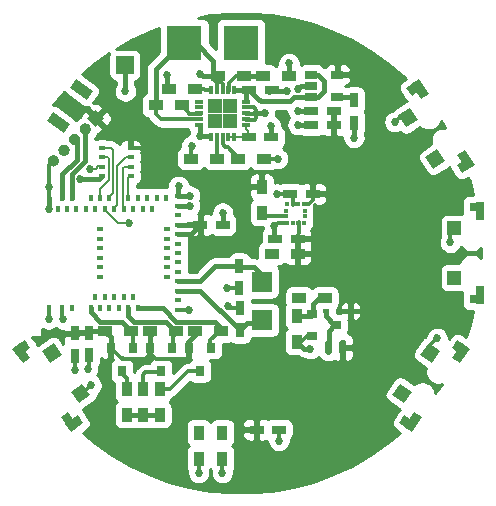
<source format=gbr>
G04 #@! TF.GenerationSoftware,KiCad,Pcbnew,(5.1.6)-1*
G04 #@! TF.CreationDate,2020-05-23T09:23:12-05:00*
G04 #@! TF.ProjectId,nrf,6e72662e-6b69-4636-9164-5f7063625858,rev?*
G04 #@! TF.SameCoordinates,Original*
G04 #@! TF.FileFunction,Copper,L1,Top*
G04 #@! TF.FilePolarity,Positive*
%FSLAX46Y46*%
G04 Gerber Fmt 4.6, Leading zero omitted, Abs format (unit mm)*
G04 Created by KiCad (PCBNEW (5.1.6)-1) date 2020-05-23 09:23:12*
%MOMM*%
%LPD*%
G01*
G04 APERTURE LIST*
G04 #@! TA.AperFunction,SMDPad,CuDef*
%ADD10R,1.200000X0.750000*%
G04 #@! TD*
G04 #@! TA.AperFunction,SMDPad,CuDef*
%ADD11R,0.400000X0.600000*%
G04 #@! TD*
G04 #@! TA.AperFunction,SMDPad,CuDef*
%ADD12R,0.600000X0.400000*%
G04 #@! TD*
G04 #@! TA.AperFunction,SMDPad,CuDef*
%ADD13R,0.600000X0.300000*%
G04 #@! TD*
G04 #@! TA.AperFunction,SMDPad,CuDef*
%ADD14R,0.750000X1.200000*%
G04 #@! TD*
G04 #@! TA.AperFunction,SMDPad,CuDef*
%ADD15R,0.600000X0.450000*%
G04 #@! TD*
G04 #@! TA.AperFunction,ComponentPad*
%ADD16C,0.100000*%
G04 #@! TD*
G04 #@! TA.AperFunction,SMDPad,CuDef*
%ADD17C,0.100000*%
G04 #@! TD*
G04 #@! TA.AperFunction,SMDPad,CuDef*
%ADD18R,1.200000X1.200000*%
G04 #@! TD*
G04 #@! TA.AperFunction,SMDPad,CuDef*
%ADD19R,0.800000X1.500000*%
G04 #@! TD*
G04 #@! TA.AperFunction,SMDPad,CuDef*
%ADD20R,1.300000X0.800000*%
G04 #@! TD*
G04 #@! TA.AperFunction,SMDPad,CuDef*
%ADD21R,0.800000X0.900000*%
G04 #@! TD*
G04 #@! TA.AperFunction,SMDPad,CuDef*
%ADD22R,0.900000X0.800000*%
G04 #@! TD*
G04 #@! TA.AperFunction,SMDPad,CuDef*
%ADD23R,1.200000X0.900000*%
G04 #@! TD*
G04 #@! TA.AperFunction,SMDPad,CuDef*
%ADD24R,0.900000X1.200000*%
G04 #@! TD*
G04 #@! TA.AperFunction,SMDPad,CuDef*
%ADD25R,0.300000X0.350000*%
G04 #@! TD*
G04 #@! TA.AperFunction,SMDPad,CuDef*
%ADD26R,0.350000X0.300000*%
G04 #@! TD*
G04 #@! TA.AperFunction,SMDPad,CuDef*
%ADD27R,0.300000X0.730000*%
G04 #@! TD*
G04 #@! TA.AperFunction,SMDPad,CuDef*
%ADD28R,0.730000X0.300000*%
G04 #@! TD*
G04 #@! TA.AperFunction,SMDPad,CuDef*
%ADD29R,1.250000X1.250000*%
G04 #@! TD*
G04 #@! TA.AperFunction,SMDPad,CuDef*
%ADD30R,1.060000X0.650000*%
G04 #@! TD*
G04 #@! TA.AperFunction,SMDPad,CuDef*
%ADD31R,1.800000X1.750000*%
G04 #@! TD*
G04 #@! TA.AperFunction,SMDPad,CuDef*
%ADD32R,3.000000X3.000000*%
G04 #@! TD*
G04 #@! TA.AperFunction,SMDPad,CuDef*
%ADD33R,1.500000X1.500000*%
G04 #@! TD*
G04 #@! TA.AperFunction,ViaPad*
%ADD34C,0.685800*%
G04 #@! TD*
G04 #@! TA.AperFunction,Conductor*
%ADD35C,0.300000*%
G04 #@! TD*
G04 #@! TA.AperFunction,Conductor*
%ADD36C,0.400000*%
G04 #@! TD*
G04 #@! TA.AperFunction,Conductor*
%ADD37C,0.200000*%
G04 #@! TD*
G04 #@! TA.AperFunction,Conductor*
%ADD38C,0.152400*%
G04 #@! TD*
G04 #@! TA.AperFunction,Conductor*
%ADD39C,0.254000*%
G04 #@! TD*
G04 APERTURE END LIST*
D10*
X147850000Y-99150000D03*
X145950000Y-99150000D03*
D11*
X123750000Y-114650000D03*
X124850000Y-114650000D03*
X125650000Y-114650000D03*
X127250000Y-114650000D03*
X127650000Y-113750000D03*
X128050000Y-114650000D03*
X128450000Y-113750000D03*
X128850000Y-114650000D03*
X129250000Y-113750000D03*
X129650000Y-114650000D03*
X130050000Y-113750000D03*
X130450000Y-114650000D03*
X130850000Y-113750000D03*
X131250000Y-114650000D03*
D12*
X134650000Y-114800000D03*
X134650000Y-114000000D03*
X134650000Y-113200000D03*
X134650000Y-112400000D03*
X133750000Y-112000000D03*
X134650000Y-111600000D03*
X133750000Y-111200000D03*
X134650000Y-110800000D03*
X133750000Y-110400000D03*
X134650000Y-110000000D03*
X133750000Y-109600000D03*
X134650000Y-109200000D03*
X133750000Y-108800000D03*
X134650000Y-108400000D03*
X133750000Y-108000000D03*
X134650000Y-107600000D03*
X134650000Y-106800000D03*
X134650000Y-106000000D03*
X134650000Y-105200000D03*
D11*
X133650000Y-105350000D03*
X132850000Y-105350000D03*
X132450000Y-106250000D03*
X132050000Y-105350000D03*
X131650000Y-106250000D03*
X131250000Y-105350000D03*
X130850000Y-106250000D03*
X130450000Y-105350000D03*
X130050000Y-106250000D03*
X129250000Y-106250000D03*
X128850000Y-105350000D03*
X128450000Y-106250000D03*
X128050000Y-105350000D03*
X127650000Y-106250000D03*
X127250000Y-105350000D03*
X126850000Y-106250000D03*
X126050000Y-106250000D03*
X125650000Y-105350000D03*
X125250000Y-106250000D03*
X124850000Y-105350000D03*
X124450000Y-106250000D03*
X123750000Y-105350000D03*
D12*
X128050000Y-112000000D03*
X128050000Y-111200000D03*
X128050000Y-110400000D03*
X128050000Y-109600000D03*
X128050000Y-108800000D03*
X128050000Y-108000000D03*
D13*
X130648880Y-101084080D03*
X130648880Y-101884080D03*
X130648880Y-102684080D03*
X130648880Y-103484080D03*
X128248880Y-103484080D03*
X128248880Y-101084080D03*
X128248880Y-101884080D03*
X128248880Y-102684080D03*
D14*
X139900000Y-114650000D03*
X139900000Y-116550000D03*
X125900000Y-118700000D03*
X125900000Y-116800000D03*
D10*
X141300000Y-124950000D03*
X143200000Y-124950000D03*
D14*
X139850000Y-111100000D03*
X139850000Y-113000000D03*
X127100000Y-118650000D03*
X127100000Y-116750000D03*
D10*
X138450000Y-107600000D03*
X136550000Y-107600000D03*
D15*
X149250000Y-114900000D03*
X147150000Y-114900000D03*
G04 #@! TA.AperFunction,ComponentPad*
D16*
G36*
X126988944Y-98603949D02*
G01*
X127696051Y-97896842D01*
X128403158Y-98603949D01*
X127696051Y-99311056D01*
X126988944Y-98603949D01*
G37*
G04 #@! TD.AperFunction*
G04 #@! TA.AperFunction,ComponentPad*
G36*
G01*
X126444472Y-99148422D02*
X126444472Y-99148422D01*
G75*
G02*
X127151578Y-99148422I353553J-353553D01*
G01*
X127151578Y-99148422D01*
G75*
G02*
X127151578Y-99855528I-353553J-353553D01*
G01*
X127151578Y-99855528D01*
G75*
G02*
X126444472Y-99855528I-353553J353553D01*
G01*
X126444472Y-99855528D01*
G75*
G02*
X126444472Y-99148422I353553J353553D01*
G01*
G37*
G04 #@! TD.AperFunction*
G04 #@! TA.AperFunction,ComponentPad*
G36*
G01*
X125446846Y-100188691D02*
X125446846Y-100188691D01*
G75*
G02*
X126111309Y-99946846I453154J-211309D01*
G01*
X126111309Y-99946846D01*
G75*
G02*
X126353154Y-100611309I-211309J-453154D01*
G01*
X126353154Y-100611309D01*
G75*
G02*
X125688691Y-100853154I-453154J211309D01*
G01*
X125688691Y-100853154D01*
G75*
G02*
X125446846Y-100188691I211309J453154D01*
G01*
G37*
G04 #@! TD.AperFunction*
G04 #@! TA.AperFunction,ComponentPad*
G36*
G01*
X124648421Y-100944473D02*
X124648421Y-100944473D01*
G75*
G02*
X125355527Y-100944473I353553J-353553D01*
G01*
X125355527Y-100944473D01*
G75*
G02*
X125355527Y-101651579I-353553J-353553D01*
G01*
X125355527Y-101651579D01*
G75*
G02*
X124648421Y-101651579I-353553J353553D01*
G01*
X124648421Y-101651579D01*
G75*
G02*
X124648421Y-100944473I353553J353553D01*
G01*
G37*
G04 #@! TD.AperFunction*
G04 #@! TA.AperFunction,ComponentPad*
G36*
G01*
X123750396Y-101842498D02*
X123750396Y-101842498D01*
G75*
G02*
X124457502Y-101842498I353553J-353553D01*
G01*
X124457502Y-101842498D01*
G75*
G02*
X124457502Y-102549604I-353553J-353553D01*
G01*
X124457502Y-102549604D01*
G75*
G02*
X123750396Y-102549604I-353553J353553D01*
G01*
X123750396Y-102549604D01*
G75*
G02*
X123750396Y-101842498I353553J353553D01*
G01*
G37*
G04 #@! TD.AperFunction*
G04 #@! TA.AperFunction,SMDPad,CuDef*
D17*
G36*
X153990319Y-96002644D02*
G01*
X155080590Y-95294613D01*
X155516301Y-95965550D01*
X154426030Y-96673581D01*
X153990319Y-96002644D01*
G37*
G04 #@! TD.AperFunction*
G04 #@! TA.AperFunction,SMDPad,CuDef*
G36*
X158238503Y-102544275D02*
G01*
X159328774Y-101836244D01*
X159764485Y-102507181D01*
X158674214Y-103215212D01*
X158238503Y-102544275D01*
G37*
G04 #@! TD.AperFunction*
G04 #@! TA.AperFunction,SMDPad,CuDef*
G36*
X154409653Y-95730325D02*
G01*
X155080590Y-95294613D01*
X155897549Y-96552619D01*
X155226612Y-96988331D01*
X154409653Y-95730325D01*
G37*
G04 #@! TD.AperFunction*
G04 #@! TA.AperFunction,SMDPad,CuDef*
G36*
X158276590Y-101684886D02*
G01*
X158947527Y-101249174D01*
X159764486Y-102507180D01*
X159093549Y-102942892D01*
X158276590Y-101684886D01*
G37*
G04 #@! TD.AperFunction*
G04 #@! TA.AperFunction,SMDPad,CuDef*
G36*
X153310200Y-98352099D02*
G01*
X154316605Y-97698532D01*
X154970172Y-98704937D01*
X153963767Y-99358504D01*
X153310200Y-98352099D01*
G37*
G04 #@! TD.AperFunction*
G04 #@! TA.AperFunction,SMDPad,CuDef*
G36*
X155597684Y-101874516D02*
G01*
X156604089Y-101220949D01*
X157257656Y-102227354D01*
X156251251Y-102880921D01*
X155597684Y-101874516D01*
G37*
G04 #@! TD.AperFunction*
D18*
X158050000Y-112100000D03*
X158050000Y-107900000D03*
D19*
X160200000Y-113550000D03*
X160200000Y-106450000D03*
D20*
X159950000Y-113900000D03*
X159950000Y-106100000D03*
G04 #@! TA.AperFunction,SMDPad,CuDef*
D17*
G36*
X158302549Y-117362930D02*
G01*
X159367446Y-118108580D01*
X158908585Y-118763902D01*
X157843688Y-118018252D01*
X158302549Y-117362930D01*
G37*
G04 #@! TD.AperFunction*
G04 #@! TA.AperFunction,SMDPad,CuDef*
G36*
X153828652Y-123752316D02*
G01*
X154893549Y-124497966D01*
X154434688Y-125153288D01*
X153369791Y-124407638D01*
X153828652Y-123752316D01*
G37*
G04 #@! TD.AperFunction*
G04 #@! TA.AperFunction,SMDPad,CuDef*
G36*
X158712125Y-117649719D02*
G01*
X159367446Y-118108581D01*
X158507081Y-119337309D01*
X157851760Y-118878447D01*
X158712125Y-117649719D01*
G37*
G04 #@! TD.AperFunction*
G04 #@! TA.AperFunction,SMDPad,CuDef*
G36*
X154639732Y-123465698D02*
G01*
X155295053Y-123924560D01*
X154434688Y-125153288D01*
X153779367Y-124694426D01*
X154639732Y-123465698D01*
G37*
G04 #@! TD.AperFunction*
G04 #@! TA.AperFunction,SMDPad,CuDef*
G36*
X155869395Y-117612458D02*
G01*
X156852377Y-118300750D01*
X156164085Y-119283732D01*
X155181103Y-118595440D01*
X155869395Y-117612458D01*
G37*
G04 #@! TD.AperFunction*
G04 #@! TA.AperFunction,SMDPad,CuDef*
G36*
X153460374Y-121052896D02*
G01*
X154443356Y-121741188D01*
X153755064Y-122724170D01*
X152772082Y-122035878D01*
X153460374Y-121052896D01*
G37*
G04 #@! TD.AperFunction*
G04 #@! TA.AperFunction,SMDPad,CuDef*
G36*
G01*
X148450000Y-117400000D02*
X148750000Y-117400000D01*
G75*
G02*
X148900000Y-117550000I0J-150000D01*
G01*
X148900000Y-118450000D01*
G75*
G02*
X148750000Y-118600000I-150000J0D01*
G01*
X148450000Y-118600000D01*
G75*
G02*
X148300000Y-118450000I0J150000D01*
G01*
X148300000Y-117550000D01*
G75*
G02*
X148450000Y-117400000I150000J0D01*
G01*
G37*
G04 #@! TD.AperFunction*
G04 #@! TA.AperFunction,SMDPad,CuDef*
G36*
G01*
X147250000Y-117400000D02*
X147550000Y-117400000D01*
G75*
G02*
X147700000Y-117550000I0J-150000D01*
G01*
X147700000Y-118450000D01*
G75*
G02*
X147550000Y-118600000I-150000J0D01*
G01*
X147250000Y-118600000D01*
G75*
G02*
X147100000Y-118450000I0J150000D01*
G01*
X147100000Y-117550000D01*
G75*
G02*
X147250000Y-117400000I150000J0D01*
G01*
G37*
G04 #@! TD.AperFunction*
D21*
X134150000Y-118000000D03*
X132250000Y-118000000D03*
X133200000Y-120000000D03*
D22*
X148000000Y-116100000D03*
X146000000Y-117050000D03*
X146000000Y-115150000D03*
D21*
X136500000Y-120000000D03*
X135550000Y-118000000D03*
X137450000Y-118000000D03*
X130850000Y-118000000D03*
X128950000Y-118000000D03*
X129900000Y-120000000D03*
D23*
X144900000Y-113800000D03*
X147100000Y-113800000D03*
X132300000Y-116600000D03*
X134500000Y-116600000D03*
D24*
X131700000Y-123700000D03*
X131700000Y-121500000D03*
D23*
X138300000Y-116600000D03*
X136100000Y-116600000D03*
X128500000Y-116600000D03*
X130700000Y-116600000D03*
D24*
X133100000Y-121500000D03*
X133100000Y-123700000D03*
X130300000Y-123700000D03*
X130300000Y-121500000D03*
X144700000Y-115300000D03*
X144700000Y-117500000D03*
X136400000Y-125200000D03*
X136400000Y-127400000D03*
X138400000Y-127400000D03*
X138400000Y-125200000D03*
D10*
X144800000Y-108800000D03*
X142900000Y-108800000D03*
X144150000Y-105000000D03*
X146050000Y-105000000D03*
D25*
X143850000Y-107425000D03*
X144350000Y-107425000D03*
X144850000Y-107425000D03*
X145350000Y-107425000D03*
D26*
X145375000Y-106900000D03*
X145375000Y-106400000D03*
D25*
X145350000Y-105875000D03*
X144850000Y-105875000D03*
X144350000Y-105875000D03*
X143850000Y-105875000D03*
D26*
X143825000Y-106400000D03*
X143825000Y-106900000D03*
D23*
X142600000Y-110050000D03*
X144800000Y-110050000D03*
D24*
X141750000Y-104400000D03*
X141750000Y-106600000D03*
D10*
X140650000Y-100200000D03*
X142550000Y-100200000D03*
D14*
X149550000Y-98950000D03*
X149550000Y-97050000D03*
D10*
X145950000Y-97950000D03*
X147850000Y-97950000D03*
D23*
X132750000Y-97500000D03*
X134950000Y-97500000D03*
X138050000Y-95000000D03*
X140250000Y-95000000D03*
X141850000Y-95000000D03*
X144050000Y-95000000D03*
X137950000Y-102000000D03*
X135750000Y-102000000D03*
X141900000Y-102000000D03*
X139700000Y-102000000D03*
X133850000Y-96100000D03*
X136050000Y-96100000D03*
D27*
X139425000Y-96210000D03*
X138925000Y-96210000D03*
X138425000Y-96210000D03*
X137925000Y-96210000D03*
X137425000Y-96210000D03*
D28*
X136460000Y-97175000D03*
X136460000Y-97675000D03*
X136460000Y-98175000D03*
X136460000Y-98675000D03*
X136460000Y-99175000D03*
D27*
X137425000Y-100140000D03*
X137925000Y-100140000D03*
X138425000Y-100140000D03*
X138925000Y-100140000D03*
X139425000Y-100140000D03*
D28*
X140390000Y-99175000D03*
X140390000Y-98675000D03*
X140390000Y-98175000D03*
X140390000Y-97675000D03*
X140390000Y-97175000D03*
D29*
X137800000Y-98800000D03*
X139050000Y-98800000D03*
X137800000Y-97550000D03*
X139050000Y-97550000D03*
D30*
X145950000Y-94900000D03*
X145950000Y-95850000D03*
X145950000Y-96800000D03*
X148150000Y-96800000D03*
X148150000Y-94900000D03*
D31*
X141750000Y-112425000D03*
X141750000Y-115675000D03*
G04 #@! TA.AperFunction,SMDPad,CuDef*
D17*
G36*
X126630209Y-124407638D02*
G01*
X125565312Y-125153288D01*
X125106451Y-124497966D01*
X126171348Y-123752316D01*
X126630209Y-124407638D01*
G37*
G04 #@! TD.AperFunction*
G04 #@! TA.AperFunction,SMDPad,CuDef*
G36*
X122156312Y-118018252D02*
G01*
X121091415Y-118763902D01*
X120632554Y-118108580D01*
X121697451Y-117362930D01*
X122156312Y-118018252D01*
G37*
G04 #@! TD.AperFunction*
G04 #@! TA.AperFunction,SMDPad,CuDef*
G36*
X126220633Y-124694426D02*
G01*
X125565312Y-125153288D01*
X124704947Y-123924560D01*
X125360268Y-123465698D01*
X126220633Y-124694426D01*
G37*
G04 #@! TD.AperFunction*
G04 #@! TA.AperFunction,SMDPad,CuDef*
G36*
X122148240Y-118878447D02*
G01*
X121492919Y-119337309D01*
X120632554Y-118108581D01*
X121287875Y-117649719D01*
X122148240Y-118878447D01*
G37*
G04 #@! TD.AperFunction*
G04 #@! TA.AperFunction,SMDPad,CuDef*
G36*
X127227918Y-122035878D02*
G01*
X126244936Y-122724170D01*
X125556644Y-121741188D01*
X126539626Y-121052896D01*
X127227918Y-122035878D01*
G37*
G04 #@! TD.AperFunction*
G04 #@! TA.AperFunction,SMDPad,CuDef*
G36*
X124818897Y-118595440D02*
G01*
X123835915Y-119283732D01*
X123147623Y-118300750D01*
X124130605Y-117612458D01*
X124818897Y-118595440D01*
G37*
G04 #@! TD.AperFunction*
G04 #@! TA.AperFunction,SMDPad,CuDef*
G36*
X124963090Y-99798716D02*
G01*
X123570531Y-98823636D01*
X124086750Y-98086400D01*
X125479309Y-99061480D01*
X124963090Y-99798716D01*
G37*
G04 #@! TD.AperFunction*
G04 #@! TA.AperFunction,SMDPad,CuDef*
G36*
X126913250Y-97013600D02*
G01*
X125520691Y-96038520D01*
X126036910Y-95301284D01*
X127429469Y-96276364D01*
X126913250Y-97013600D01*
G37*
G04 #@! TD.AperFunction*
D32*
X135200000Y-92200000D03*
X140000000Y-92200000D03*
D10*
X140700000Y-96200000D03*
X142600000Y-96200000D03*
D33*
X130150000Y-94100000D03*
D34*
X153000000Y-98900000D03*
X143000000Y-105000000D03*
X157700000Y-109100000D03*
X156600000Y-117200000D03*
X136400000Y-128600000D03*
X138400000Y-128600000D03*
X143200000Y-125900000D03*
X135600000Y-114800000D03*
X138800000Y-113000000D03*
X138900000Y-114500000D03*
X125900000Y-119900000D03*
X127000000Y-119800000D03*
X127300000Y-121200000D03*
X123700000Y-115600000D03*
X124900000Y-115600000D03*
X136500000Y-100100000D03*
X142500000Y-99250000D03*
X143100000Y-102000000D03*
X135800000Y-100950000D03*
X133700000Y-94950000D03*
X143850000Y-96300000D03*
X144050000Y-93950000D03*
X144800000Y-96100000D03*
X144800000Y-97950000D03*
X144800000Y-99150000D03*
X149550000Y-100250000D03*
X142800000Y-107750000D03*
X134700000Y-104350000D03*
X135650000Y-106000000D03*
X135650000Y-105150000D03*
X138450000Y-106600000D03*
X123700000Y-106300000D03*
X123750000Y-104400000D03*
X126350000Y-103750000D03*
X145850000Y-118100000D03*
X136550000Y-94800000D03*
X142000000Y-98150000D03*
X130536000Y-107475840D03*
X127198440Y-102873360D03*
X134950000Y-97500000D03*
X130200000Y-96300000D03*
D35*
X153371482Y-98528518D02*
X153000000Y-98900000D01*
X154140186Y-98528518D02*
X153371482Y-98528518D01*
X144350000Y-105875000D02*
X144350000Y-105250000D01*
X144350000Y-105250000D02*
X144100000Y-105000000D01*
X144850000Y-105875000D02*
X144425000Y-105875000D01*
X144425000Y-105875000D02*
X144400000Y-105900000D01*
X143850000Y-107425000D02*
X143775000Y-107425000D01*
X144150000Y-105000000D02*
X143000000Y-105000000D01*
X158050000Y-107900000D02*
X157900000Y-107900000D01*
X157700000Y-108100000D02*
X157700000Y-109100000D01*
X157900000Y-107900000D02*
X157700000Y-108100000D01*
X156016740Y-117783260D02*
X156600000Y-117200000D01*
X156016740Y-118448095D02*
X156016740Y-117783260D01*
X146000000Y-117050000D02*
X145550000Y-117050000D01*
X145550000Y-117050000D02*
X145100000Y-117500000D01*
X145100000Y-117500000D02*
X144700000Y-117500000D01*
X138400000Y-128600000D02*
X138400000Y-127400000D01*
X136400000Y-128600000D02*
X136400000Y-127400000D01*
X143200000Y-125900000D02*
X143200000Y-125100000D01*
X134600000Y-114800000D02*
X135600000Y-114800000D01*
X139850000Y-113000000D02*
X138800000Y-113000000D01*
X139050000Y-114650000D02*
X138900000Y-114500000D01*
X139900000Y-114650000D02*
X139050000Y-114650000D01*
X125900000Y-118700000D02*
X125900000Y-119900000D01*
X127100000Y-119700000D02*
X127000000Y-119800000D01*
X127100000Y-118650000D02*
X127100000Y-119700000D01*
X126611467Y-121888533D02*
X127300000Y-121200000D01*
X126392281Y-121888533D02*
X126611467Y-121888533D01*
X123750000Y-115550000D02*
X123700000Y-115600000D01*
X123750000Y-114650000D02*
X123750000Y-115550000D01*
X124850000Y-115550000D02*
X124900000Y-115600000D01*
X124850000Y-114650000D02*
X124850000Y-115550000D01*
X123750000Y-105350000D02*
X123750000Y-104400000D01*
X123750000Y-102550000D02*
X124100000Y-102200000D01*
X133750000Y-96000000D02*
X133850000Y-96100000D01*
D36*
X136500000Y-100100000D02*
X137400000Y-100100000D01*
X136500000Y-100100000D02*
X136500000Y-99177410D01*
X142350000Y-96400000D02*
X142600000Y-96200000D01*
X142500000Y-99250000D02*
X142550000Y-100200000D01*
D35*
X143100000Y-102000000D02*
X142050000Y-102000000D01*
X135750000Y-101000000D02*
X135800000Y-100950000D01*
X135750000Y-102000000D02*
X135750000Y-101000000D01*
D36*
X133700000Y-94950000D02*
X133700000Y-96050000D01*
X143850000Y-96300000D02*
X142650000Y-96300000D01*
X144050000Y-95000000D02*
X144050000Y-93950000D01*
X145050000Y-95850000D02*
X144800000Y-96100000D01*
X145950000Y-95850000D02*
X145050000Y-95850000D01*
X145950000Y-97950000D02*
X144800000Y-97950000D01*
X145950000Y-99150000D02*
X144800000Y-99150000D01*
X149550000Y-98950000D02*
X149550000Y-100250000D01*
X142800000Y-107750000D02*
X142800000Y-108850000D01*
D35*
X143125000Y-107425000D02*
X142800000Y-107750000D01*
X143850000Y-107425000D02*
X143125000Y-107425000D01*
D36*
X134650000Y-104400000D02*
X134700000Y-104350000D01*
X134650000Y-105200000D02*
X134650000Y-104400000D01*
X134650000Y-106000000D02*
X135650000Y-106000000D01*
X135650000Y-105150000D02*
X134650000Y-105150000D01*
X138450000Y-107600000D02*
X138450000Y-106600000D01*
D35*
X123750000Y-104400000D02*
X123750000Y-102550000D01*
D36*
X123700000Y-106300000D02*
X123700000Y-105350000D01*
X127982960Y-103750000D02*
X128248880Y-103484080D01*
X126350000Y-103750000D02*
X127982960Y-103750000D01*
X145850000Y-118100000D02*
X145350000Y-118100000D01*
X145350000Y-118100000D02*
X144750000Y-117500000D01*
X141750000Y-115675000D02*
X141750000Y-116150000D01*
X139900000Y-116550000D02*
X136550000Y-113200000D01*
X136550000Y-113200000D02*
X134600000Y-113200000D01*
X139900000Y-116550000D02*
X139900000Y-116500000D01*
X139900000Y-116500000D02*
X140500000Y-115900000D01*
X140500000Y-115900000D02*
X141700000Y-115900000D01*
D35*
X144897599Y-107727401D02*
X144897599Y-107400000D01*
X144800000Y-108500000D02*
X144900000Y-108300000D01*
X144900000Y-108300000D02*
X144897599Y-107727401D01*
X128950000Y-118000000D02*
X129950000Y-119000000D01*
X129950000Y-119000000D02*
X131800000Y-119000000D01*
X131800000Y-119000000D02*
X131900000Y-119000000D01*
X131900000Y-119000000D02*
X132200000Y-118700000D01*
X132200000Y-118700000D02*
X132200000Y-118000000D01*
X132200000Y-118000000D02*
X132200000Y-118400000D01*
X132200000Y-118400000D02*
X132800000Y-119000000D01*
X132800000Y-119000000D02*
X135000000Y-119000000D01*
X135000000Y-119000000D02*
X135300000Y-119000000D01*
X135300000Y-119000000D02*
X135500000Y-118800000D01*
X135500000Y-118800000D02*
X135500000Y-118000000D01*
D36*
X128950000Y-118000000D02*
X128950000Y-117150000D01*
X128950000Y-117150000D02*
X128400000Y-116600000D01*
X132300000Y-116600000D02*
X132300000Y-117900000D01*
X132300000Y-117900000D02*
X132300000Y-118100000D01*
X136100000Y-116600000D02*
X136100000Y-116900000D01*
X136100000Y-116900000D02*
X135500000Y-117500000D01*
X135500000Y-117500000D02*
X135500000Y-118100000D01*
X128500000Y-116600000D02*
X127300000Y-116600000D01*
X127300000Y-116600000D02*
X127200000Y-116700000D01*
X127200000Y-116700000D02*
X125900000Y-116700000D01*
X134650000Y-107600000D02*
X136500000Y-107600000D01*
D35*
X145350000Y-105875000D02*
X145325000Y-105875000D01*
X145325000Y-105875000D02*
X145302401Y-105852401D01*
X145350000Y-105875000D02*
X145725000Y-105875000D01*
X145725000Y-105875000D02*
X146100000Y-105500000D01*
X146100000Y-105500000D02*
X146100000Y-105000000D01*
D36*
X147850000Y-97950000D02*
X147850000Y-99100000D01*
X134650000Y-108400000D02*
X135750000Y-108400000D01*
X135750000Y-108400000D02*
X136500000Y-107650000D01*
X141750000Y-112425000D02*
X141750000Y-111850000D01*
X141750000Y-111850000D02*
X141100000Y-111200000D01*
X141100000Y-111200000D02*
X140000000Y-111200000D01*
X134650000Y-112400000D02*
X136500000Y-112400000D01*
X136500000Y-112400000D02*
X137800000Y-111100000D01*
X137800000Y-111100000D02*
X139800000Y-111100000D01*
X147150000Y-114900000D02*
X147150000Y-115350000D01*
X147150000Y-115350000D02*
X147900000Y-116100000D01*
X147400000Y-118000000D02*
X147400000Y-116600000D01*
X147400000Y-116600000D02*
X147900000Y-116100000D01*
D35*
X134500000Y-116600000D02*
X134500000Y-116800000D01*
X134500000Y-116800000D02*
X134200000Y-117100000D01*
X134200000Y-117100000D02*
X134200000Y-117900000D01*
D36*
X130897599Y-115797599D02*
X133597599Y-115797599D01*
X130450000Y-114650000D02*
X130450000Y-115350000D01*
X130450000Y-115350000D02*
X130897599Y-115797599D01*
X133597599Y-115797599D02*
X134450000Y-116650000D01*
D35*
X137400000Y-117900000D02*
X137300000Y-117800000D01*
X131250000Y-114650000D02*
X131250000Y-114750000D01*
X138300000Y-116600000D02*
X138200000Y-116600000D01*
X138200000Y-116600000D02*
X137400000Y-117400000D01*
X137400000Y-117400000D02*
X137400000Y-117900000D01*
D36*
X134513277Y-115797599D02*
X137747599Y-115797599D01*
X131250000Y-114650000D02*
X133365678Y-114650000D01*
X133365678Y-114650000D02*
X134513277Y-115797599D01*
X137747599Y-115797599D02*
X138200000Y-116250000D01*
D35*
X130700000Y-116600000D02*
X130700000Y-116700000D01*
X130700000Y-116700000D02*
X130800000Y-116800000D01*
X130800000Y-116800000D02*
X130800000Y-118000000D01*
D36*
X128063277Y-115797599D02*
X129897599Y-115797599D01*
X127250000Y-114650000D02*
X127250000Y-114984322D01*
X127250000Y-114984322D02*
X128063277Y-115797599D01*
X129897599Y-115797599D02*
X130600000Y-116500000D01*
X125650000Y-103331224D02*
X126800000Y-102181224D01*
X125650000Y-105350000D02*
X125650000Y-103331224D01*
X126800000Y-102181224D02*
X126800000Y-99500000D01*
X124850000Y-105350000D02*
X124850000Y-103350000D01*
X124850000Y-103350000D02*
X126100000Y-102100000D01*
X126100000Y-102100000D02*
X126100000Y-100600000D01*
X126100000Y-100600000D02*
X125900000Y-100400000D01*
X144700000Y-115300000D02*
X145900000Y-115300000D01*
X145900000Y-115300000D02*
X146100000Y-115100000D01*
X146100000Y-115100000D02*
X146100000Y-114790678D01*
X146100000Y-114790678D02*
X146100000Y-114300000D01*
X146100000Y-114300000D02*
X146600000Y-113800000D01*
X146600000Y-113800000D02*
X147000000Y-113800000D01*
X130300000Y-123700000D02*
X131800000Y-123700000D01*
X131800000Y-123700000D02*
X133200000Y-123700000D01*
D35*
X139575678Y-95000000D02*
X138972599Y-95603079D01*
X140250000Y-95000000D02*
X139575678Y-95000000D01*
X138972599Y-95603079D02*
X138972599Y-96250000D01*
D36*
X140250000Y-95000000D02*
X141750000Y-95000000D01*
X141750000Y-95000000D02*
X141800000Y-94950000D01*
D35*
X137925000Y-100140000D02*
X137925000Y-101875000D01*
X138425000Y-100805000D02*
X138670000Y-101050000D01*
X138425000Y-100140000D02*
X138425000Y-100805000D01*
X138670000Y-101050000D02*
X138850000Y-101050000D01*
X138850000Y-101050000D02*
X139650000Y-101850000D01*
X136050000Y-96100000D02*
X136850000Y-96100000D01*
X136850000Y-96100000D02*
X136950000Y-96200000D01*
X136950000Y-96200000D02*
X137350000Y-96200000D01*
D36*
X134500000Y-92800000D02*
X135100000Y-92200000D01*
D35*
X140390000Y-97675000D02*
X141075000Y-97675000D01*
X141075000Y-97675000D02*
X141250000Y-97850000D01*
X141250000Y-97850000D02*
X141250000Y-98000000D01*
X141250000Y-98000000D02*
X141150000Y-98100000D01*
X141150000Y-98100000D02*
X141050000Y-98200000D01*
X141050000Y-98200000D02*
X140450000Y-98200000D01*
X141050000Y-98200000D02*
X141250000Y-98400000D01*
X141250000Y-98400000D02*
X141250000Y-98600000D01*
X141250000Y-98600000D02*
X141150000Y-98700000D01*
X141150000Y-98700000D02*
X140450000Y-98700000D01*
X138250000Y-95400000D02*
X138450000Y-95675000D01*
X138050000Y-95400000D02*
X138250000Y-95400000D01*
X138450000Y-95675000D02*
X138450000Y-96200000D01*
X137925000Y-96210000D02*
X137925000Y-95525000D01*
X137925000Y-95525000D02*
X138050000Y-95400000D01*
X136460000Y-98675000D02*
X135275000Y-98675000D01*
D36*
X135200000Y-92200000D02*
X136150000Y-92200000D01*
X136150000Y-92200000D02*
X137650000Y-93700000D01*
X137700000Y-95300000D02*
X137925000Y-95525000D01*
X137650000Y-93700000D02*
X137650000Y-94300000D01*
X137650000Y-94300000D02*
X137650000Y-94600000D01*
X137650000Y-94600000D02*
X138100000Y-95050000D01*
X132750000Y-97500000D02*
X132750000Y-94450000D01*
X132750000Y-94450000D02*
X134450000Y-92750000D01*
D35*
X135275000Y-98675000D02*
X133225000Y-98675000D01*
X133225000Y-98675000D02*
X132750000Y-98200000D01*
X132750000Y-97500000D02*
X132750000Y-98200000D01*
D36*
X138050000Y-95000000D02*
X136750000Y-95000000D01*
X136750000Y-95000000D02*
X136550000Y-94800000D01*
X142000000Y-98150000D02*
X141300000Y-98150000D01*
D35*
X131700000Y-121500000D02*
X131700000Y-120300000D01*
X131700000Y-120300000D02*
X131900000Y-120100000D01*
X131900000Y-120100000D02*
X133100000Y-120100000D01*
X133100000Y-120100000D02*
X133200000Y-120100000D01*
X136500000Y-120000000D02*
X135500000Y-120000000D01*
X135500000Y-120000000D02*
X134600000Y-120900000D01*
X134600000Y-120900000D02*
X134000000Y-121500000D01*
X134000000Y-121500000D02*
X133100000Y-121500000D01*
X129900000Y-120000000D02*
X129900000Y-120200000D01*
X129900000Y-120200000D02*
X130300000Y-120600000D01*
X130300000Y-120600000D02*
X130300000Y-121400000D01*
X143825000Y-106900000D02*
X143150000Y-106900000D01*
X143150000Y-106900000D02*
X141800000Y-106900000D01*
D36*
X149550000Y-97050000D02*
X149500000Y-97050000D01*
X149500000Y-97050000D02*
X149250000Y-96800000D01*
X149250000Y-96800000D02*
X148150000Y-96800000D01*
D37*
X140690000Y-96210000D02*
X140700000Y-96200000D01*
D36*
X146489322Y-96800000D02*
X147000000Y-96289322D01*
X145950000Y-96800000D02*
X146489322Y-96800000D01*
X147000000Y-95410678D02*
X146489322Y-94900000D01*
X146489322Y-94900000D02*
X145900000Y-94900000D01*
X147000000Y-96289322D02*
X147000000Y-95800000D01*
X147000000Y-95800000D02*
X147000000Y-95410678D01*
X140700000Y-96200000D02*
X141450000Y-96950000D01*
X141450000Y-96950000D02*
X141650000Y-97150000D01*
X141650000Y-97150000D02*
X144150000Y-97150000D01*
X144504699Y-96795301D02*
X145995301Y-96795301D01*
X144150000Y-97150000D02*
X144504699Y-96795301D01*
X145995301Y-96795301D02*
X146000000Y-96800000D01*
X140700000Y-96200000D02*
X139475009Y-96200000D01*
X140700000Y-96200000D02*
X140650000Y-96200000D01*
X140650000Y-96200000D02*
X140400000Y-96450000D01*
X140400000Y-96450000D02*
X140400000Y-97100000D01*
D37*
X130406160Y-105166680D02*
X130403920Y-105164440D01*
X130406160Y-105306200D02*
X130406160Y-105166680D01*
X130403920Y-105164440D02*
X130403920Y-103660760D01*
X130403920Y-103660760D02*
X130607120Y-103457560D01*
X129953759Y-106053799D02*
X129953759Y-102830761D01*
X130006160Y-106206200D02*
X130006160Y-106106200D01*
X130006160Y-106106200D02*
X129953759Y-106053799D01*
X129953759Y-102830761D02*
X130109280Y-102675240D01*
X130109280Y-102675240D02*
X130663000Y-102675240D01*
X129509840Y-105902520D02*
X129509840Y-102609200D01*
X129206160Y-106206200D02*
X129509840Y-105902520D01*
X129509840Y-102609200D02*
X130215960Y-101903080D01*
X130215960Y-101903080D02*
X130607120Y-101903080D01*
X128850000Y-105250000D02*
X129157430Y-104942570D01*
X128620840Y-101090280D02*
X128168720Y-101090280D01*
X128850000Y-105350000D02*
X128850000Y-105250000D01*
X129157430Y-104942570D02*
X129157430Y-101257430D01*
X129157430Y-101257430D02*
X128990280Y-101090280D01*
X128990280Y-101090280D02*
X128620840Y-101090280D01*
X129575800Y-107475840D02*
X130536000Y-107475840D01*
X128406160Y-106206200D02*
X128406160Y-106306200D01*
X128406160Y-106306200D02*
X129575800Y-107475840D01*
X127683373Y-102873360D02*
X127896733Y-102660000D01*
X127198440Y-102873360D02*
X127683373Y-102873360D01*
X127896733Y-102660000D02*
X128270320Y-102660000D01*
X138925000Y-100140000D02*
X139440000Y-100140000D01*
D38*
X139440000Y-100140000D02*
X139450000Y-100150000D01*
X139450000Y-100150000D02*
X139500000Y-100200000D01*
D37*
X139500000Y-100200000D02*
X140650000Y-100200000D01*
X140390000Y-99477400D02*
X140600000Y-99687400D01*
X140390000Y-99175000D02*
X140390000Y-99477400D01*
X140600000Y-99687400D02*
X140600000Y-100150000D01*
X128801281Y-103836001D02*
X128801281Y-102001281D01*
X128050000Y-105350000D02*
X128050000Y-104587282D01*
X128050000Y-104587282D02*
X128801281Y-103836001D01*
X128801281Y-102001281D02*
X128700000Y-101900000D01*
X128700000Y-101900000D02*
X128200000Y-101900000D01*
D35*
X134950000Y-97500000D02*
X135577401Y-98127401D01*
X135624322Y-98200000D02*
X135900000Y-98200000D01*
X135903079Y-98200000D02*
X136600000Y-98200000D01*
D36*
X130200000Y-95300000D02*
X130200000Y-94150000D01*
X130200000Y-96300000D02*
X130200000Y-95300000D01*
D39*
G36*
X142648376Y-89883584D02*
G01*
X144391560Y-90190954D01*
X146101321Y-90649083D01*
X147764647Y-91254484D01*
X149368879Y-92002550D01*
X150901809Y-92887588D01*
X152351769Y-93902861D01*
X153707725Y-95040643D01*
X153940964Y-95273882D01*
X153642800Y-95467512D01*
X153545079Y-95545592D01*
X153464467Y-95641236D01*
X153404064Y-95750769D01*
X153366190Y-95869981D01*
X153352302Y-95994292D01*
X153362932Y-96118923D01*
X153397671Y-96239086D01*
X153455187Y-96350163D01*
X153890898Y-97021100D01*
X153968978Y-97118822D01*
X154001782Y-97146470D01*
X153969086Y-97163400D01*
X152962681Y-97816967D01*
X152864959Y-97895047D01*
X152829766Y-97936803D01*
X152714757Y-97959680D01*
X152536790Y-98033396D01*
X152376625Y-98140415D01*
X152240415Y-98276625D01*
X152133396Y-98436790D01*
X152059680Y-98614757D01*
X152022100Y-98803685D01*
X152022100Y-98996315D01*
X152059680Y-99185243D01*
X152133396Y-99363210D01*
X152240415Y-99523375D01*
X152376625Y-99659585D01*
X152536790Y-99766604D01*
X152714757Y-99840320D01*
X152903685Y-99877900D01*
X153096315Y-99877900D01*
X153285243Y-99840320D01*
X153463210Y-99766604D01*
X153472226Y-99760580D01*
X153506715Y-99803745D01*
X153602359Y-99884356D01*
X153711892Y-99944759D01*
X153831104Y-99982633D01*
X153955415Y-99996521D01*
X154080046Y-99985891D01*
X154200209Y-99951151D01*
X154311286Y-99893636D01*
X155151627Y-99347913D01*
X155182018Y-99378304D01*
X155359725Y-99497044D01*
X155557182Y-99578833D01*
X155766802Y-99620529D01*
X155980528Y-99620529D01*
X156190148Y-99578833D01*
X156387605Y-99497044D01*
X156565312Y-99378304D01*
X156716440Y-99227176D01*
X156835180Y-99049469D01*
X156916969Y-98852012D01*
X156922072Y-98826357D01*
X157112412Y-99098191D01*
X157280208Y-99388822D01*
X157233198Y-99379471D01*
X157019472Y-99379471D01*
X156809852Y-99421167D01*
X156612395Y-99502956D01*
X156434688Y-99621696D01*
X156283560Y-99772824D01*
X156164820Y-99950531D01*
X156083031Y-100147988D01*
X156041335Y-100357608D01*
X156041335Y-100571334D01*
X156083031Y-100780954D01*
X156088763Y-100794792D01*
X155250165Y-101339384D01*
X155152443Y-101417464D01*
X155071832Y-101513108D01*
X155011429Y-101622641D01*
X154973555Y-101741853D01*
X154959667Y-101866164D01*
X154970297Y-101990795D01*
X155005037Y-102110958D01*
X155062552Y-102222035D01*
X155716119Y-103228440D01*
X155794199Y-103326162D01*
X155889843Y-103406773D01*
X155999376Y-103467176D01*
X156118588Y-103505050D01*
X156242899Y-103518938D01*
X156367530Y-103508308D01*
X156487693Y-103473568D01*
X156598770Y-103416053D01*
X157605175Y-102762486D01*
X157633940Y-102739503D01*
X157645855Y-102780717D01*
X157703371Y-102891794D01*
X158139082Y-103562731D01*
X158217162Y-103660453D01*
X158312806Y-103741064D01*
X158422339Y-103801467D01*
X158541552Y-103839341D01*
X158665862Y-103853229D01*
X158790494Y-103842599D01*
X158910657Y-103807859D01*
X159021733Y-103750344D01*
X159244316Y-103605796D01*
X159350917Y-103898679D01*
X159662609Y-105061928D01*
X159300000Y-105061928D01*
X159175518Y-105074188D01*
X159055820Y-105110498D01*
X158945506Y-105169463D01*
X158848815Y-105248815D01*
X158769463Y-105345506D01*
X158710498Y-105455820D01*
X158674188Y-105575518D01*
X158661928Y-105700000D01*
X158661928Y-106500000D01*
X158674188Y-106624482D01*
X158686642Y-106665537D01*
X158650000Y-106661928D01*
X157450000Y-106661928D01*
X157325518Y-106674188D01*
X157205820Y-106710498D01*
X157095506Y-106769463D01*
X156998815Y-106848815D01*
X156919463Y-106945506D01*
X156860498Y-107055820D01*
X156824188Y-107175518D01*
X156811928Y-107300000D01*
X156811928Y-108500000D01*
X156824188Y-108624482D01*
X156830236Y-108644419D01*
X156759680Y-108814757D01*
X156722100Y-109003685D01*
X156722100Y-109196315D01*
X156759680Y-109385243D01*
X156833396Y-109563210D01*
X156940415Y-109723375D01*
X157076625Y-109859585D01*
X157236790Y-109966604D01*
X157414757Y-110040320D01*
X157603685Y-110077900D01*
X157796315Y-110077900D01*
X157985243Y-110040320D01*
X158163210Y-109966604D01*
X158323375Y-109859585D01*
X158459585Y-109723375D01*
X158566604Y-109563210D01*
X158606797Y-109466176D01*
X158657225Y-109541647D01*
X158808353Y-109692775D01*
X158986060Y-109811515D01*
X159183517Y-109893304D01*
X159393137Y-109935000D01*
X159606863Y-109935000D01*
X159816483Y-109893304D01*
X160013940Y-109811515D01*
X160191647Y-109692775D01*
X160270688Y-109613734D01*
X160270688Y-110386266D01*
X160191647Y-110307225D01*
X160013940Y-110188485D01*
X159816483Y-110106696D01*
X159606863Y-110065000D01*
X159393137Y-110065000D01*
X159183517Y-110106696D01*
X158986060Y-110188485D01*
X158808353Y-110307225D01*
X158657225Y-110458353D01*
X158538485Y-110636060D01*
X158456696Y-110833517D01*
X158451045Y-110861928D01*
X157450000Y-110861928D01*
X157325518Y-110874188D01*
X157205820Y-110910498D01*
X157095506Y-110969463D01*
X156998815Y-111048815D01*
X156919463Y-111145506D01*
X156860498Y-111255820D01*
X156824188Y-111375518D01*
X156811928Y-111500000D01*
X156811928Y-112700000D01*
X156824188Y-112824482D01*
X156860498Y-112944180D01*
X156919463Y-113054494D01*
X156998815Y-113151185D01*
X157095506Y-113230537D01*
X157205820Y-113289502D01*
X157325518Y-113325812D01*
X157450000Y-113338072D01*
X158650000Y-113338072D01*
X158686642Y-113334463D01*
X158674188Y-113375518D01*
X158661928Y-113500000D01*
X158661928Y-114300000D01*
X158674188Y-114424482D01*
X158710498Y-114544180D01*
X158769463Y-114654494D01*
X158848815Y-114751185D01*
X158945506Y-114830537D01*
X159055820Y-114889502D01*
X159175518Y-114925812D01*
X159300000Y-114938072D01*
X159662609Y-114938072D01*
X159350917Y-116101321D01*
X158998001Y-117070949D01*
X158668532Y-116840252D01*
X158559530Y-116778895D01*
X158440653Y-116739983D01*
X158316468Y-116725010D01*
X158191749Y-116734552D01*
X158071287Y-116768242D01*
X157959713Y-116824786D01*
X157861314Y-116902010D01*
X157779871Y-116996947D01*
X157577900Y-117285392D01*
X157577900Y-117103685D01*
X157540320Y-116914757D01*
X157466604Y-116736790D01*
X157359585Y-116576625D01*
X157223375Y-116440415D01*
X157063210Y-116333396D01*
X156885243Y-116259680D01*
X156696315Y-116222100D01*
X156503685Y-116222100D01*
X156314757Y-116259680D01*
X156136790Y-116333396D01*
X155976625Y-116440415D01*
X155840415Y-116576625D01*
X155733396Y-116736790D01*
X155659680Y-116914757D01*
X155639252Y-117017457D01*
X155638134Y-117017770D01*
X155526559Y-117074313D01*
X155428160Y-117151538D01*
X155346717Y-117246475D01*
X154658425Y-118229457D01*
X154597068Y-118338458D01*
X154558156Y-118457336D01*
X154543183Y-118581520D01*
X154552725Y-118706240D01*
X154586415Y-118826701D01*
X154642958Y-118938276D01*
X154720183Y-119036675D01*
X154815120Y-119118118D01*
X155636337Y-119693141D01*
X155616309Y-119741492D01*
X155574613Y-119951112D01*
X155574613Y-120164838D01*
X155616309Y-120374458D01*
X155698098Y-120571915D01*
X155816838Y-120749622D01*
X155967966Y-120900750D01*
X156145673Y-121019490D01*
X156343130Y-121101279D01*
X156552750Y-121142975D01*
X156766476Y-121142975D01*
X156972199Y-121102054D01*
X156425387Y-121882982D01*
X156425387Y-121835162D01*
X156383691Y-121625542D01*
X156301902Y-121428085D01*
X156183162Y-121250378D01*
X156032034Y-121099250D01*
X155854327Y-120980510D01*
X155656870Y-120898721D01*
X155447250Y-120857025D01*
X155233524Y-120857025D01*
X155023904Y-120898721D01*
X154826447Y-120980510D01*
X154648740Y-121099250D01*
X154644736Y-121103254D01*
X153826357Y-120530218D01*
X153717356Y-120468861D01*
X153598478Y-120429949D01*
X153474294Y-120414976D01*
X153349574Y-120424518D01*
X153229113Y-120458208D01*
X153117538Y-120514751D01*
X153019139Y-120591976D01*
X152937696Y-120686913D01*
X152249404Y-121669895D01*
X152188047Y-121778896D01*
X152149135Y-121897774D01*
X152134162Y-122021958D01*
X152143704Y-122146678D01*
X152177394Y-122267139D01*
X152233937Y-122378714D01*
X152311162Y-122477113D01*
X152406099Y-122558556D01*
X153389081Y-123246848D01*
X153421167Y-123264909D01*
X153387417Y-123291396D01*
X153305974Y-123386333D01*
X152847113Y-124041655D01*
X152785757Y-124150656D01*
X152746844Y-124269534D01*
X152731871Y-124393718D01*
X152741413Y-124518438D01*
X152775103Y-124638899D01*
X152831646Y-124750473D01*
X152908870Y-124848873D01*
X153003808Y-124930316D01*
X153406390Y-125212207D01*
X152351769Y-126097139D01*
X150901809Y-127112412D01*
X149368879Y-127997450D01*
X147764647Y-128745516D01*
X146101321Y-129350917D01*
X144391560Y-129809046D01*
X142648376Y-130116416D01*
X140885037Y-130270688D01*
X139114963Y-130270688D01*
X137351624Y-130116416D01*
X135608440Y-129809046D01*
X133898679Y-129350917D01*
X132235353Y-128745516D01*
X130631121Y-127997450D01*
X129098191Y-127112412D01*
X127648231Y-126097139D01*
X126593610Y-125212207D01*
X126996192Y-124930316D01*
X127091129Y-124848873D01*
X127168353Y-124750474D01*
X127224897Y-124638900D01*
X127258587Y-124518438D01*
X127268129Y-124393719D01*
X127253156Y-124269534D01*
X127214244Y-124150657D01*
X127152887Y-124041655D01*
X126694026Y-123386333D01*
X126612583Y-123291395D01*
X126578834Y-123264909D01*
X126610919Y-123246848D01*
X127593901Y-122558556D01*
X127688838Y-122477113D01*
X127766063Y-122378714D01*
X127822606Y-122267139D01*
X127856296Y-122146678D01*
X127865838Y-122021958D01*
X127863168Y-121999814D01*
X127923375Y-121959585D01*
X128059585Y-121823375D01*
X128166604Y-121663210D01*
X128240320Y-121485243D01*
X128277900Y-121296315D01*
X128277900Y-121103685D01*
X128240320Y-120914757D01*
X128166604Y-120736790D01*
X128059585Y-120576625D01*
X127923375Y-120440415D01*
X127802269Y-120359494D01*
X127866604Y-120263210D01*
X127940320Y-120085243D01*
X127977900Y-119896315D01*
X127977900Y-119703685D01*
X127967411Y-119650951D01*
X128005537Y-119604494D01*
X128064502Y-119494180D01*
X128100812Y-119374482D01*
X128113072Y-119250000D01*
X128113072Y-118912885D01*
X128195506Y-118980537D01*
X128305820Y-119039502D01*
X128425518Y-119075812D01*
X128550000Y-119088072D01*
X128664250Y-119085000D01*
X128823000Y-118926250D01*
X128823000Y-118127000D01*
X128803000Y-118127000D01*
X128803000Y-117873000D01*
X128823000Y-117873000D01*
X128823000Y-117853000D01*
X129077000Y-117853000D01*
X129077000Y-117873000D01*
X129097000Y-117873000D01*
X129097000Y-118127000D01*
X129077000Y-118127000D01*
X129077000Y-118926250D01*
X129161607Y-119010857D01*
X129145506Y-119019463D01*
X129048815Y-119098815D01*
X128969463Y-119195506D01*
X128910498Y-119305820D01*
X128874188Y-119425518D01*
X128861928Y-119550000D01*
X128861928Y-120450000D01*
X128874188Y-120574482D01*
X128910498Y-120694180D01*
X128969463Y-120804494D01*
X129048815Y-120901185D01*
X129145506Y-120980537D01*
X129211928Y-121016041D01*
X129211928Y-122100000D01*
X129224188Y-122224482D01*
X129260498Y-122344180D01*
X129319463Y-122454494D01*
X129398815Y-122551185D01*
X129458296Y-122600000D01*
X129398815Y-122648815D01*
X129319463Y-122745506D01*
X129260498Y-122855820D01*
X129224188Y-122975518D01*
X129211928Y-123100000D01*
X129211928Y-124300000D01*
X129224188Y-124424482D01*
X129260498Y-124544180D01*
X129319463Y-124654494D01*
X129398815Y-124751185D01*
X129495506Y-124830537D01*
X129605820Y-124889502D01*
X129725518Y-124925812D01*
X129850000Y-124938072D01*
X130750000Y-124938072D01*
X130874482Y-124925812D01*
X130994180Y-124889502D01*
X131000000Y-124886391D01*
X131005820Y-124889502D01*
X131125518Y-124925812D01*
X131250000Y-124938072D01*
X132150000Y-124938072D01*
X132274482Y-124925812D01*
X132394180Y-124889502D01*
X132400000Y-124886391D01*
X132405820Y-124889502D01*
X132525518Y-124925812D01*
X132650000Y-124938072D01*
X133550000Y-124938072D01*
X133674482Y-124925812D01*
X133794180Y-124889502D01*
X133904494Y-124830537D01*
X134001185Y-124751185D01*
X134080537Y-124654494D01*
X134109665Y-124600000D01*
X135311928Y-124600000D01*
X135311928Y-125800000D01*
X135324188Y-125924482D01*
X135360498Y-126044180D01*
X135419463Y-126154494D01*
X135498815Y-126251185D01*
X135558296Y-126300000D01*
X135498815Y-126348815D01*
X135419463Y-126445506D01*
X135360498Y-126555820D01*
X135324188Y-126675518D01*
X135311928Y-126800000D01*
X135311928Y-128000000D01*
X135324188Y-128124482D01*
X135360498Y-128244180D01*
X135419463Y-128354494D01*
X135445472Y-128386186D01*
X135422100Y-128503685D01*
X135422100Y-128696315D01*
X135459680Y-128885243D01*
X135533396Y-129063210D01*
X135640415Y-129223375D01*
X135776625Y-129359585D01*
X135936790Y-129466604D01*
X136114757Y-129540320D01*
X136303685Y-129577900D01*
X136496315Y-129577900D01*
X136685243Y-129540320D01*
X136863210Y-129466604D01*
X137023375Y-129359585D01*
X137159585Y-129223375D01*
X137266604Y-129063210D01*
X137340320Y-128885243D01*
X137377900Y-128696315D01*
X137377900Y-128503685D01*
X137354528Y-128386186D01*
X137380537Y-128354494D01*
X137400000Y-128318082D01*
X137419463Y-128354494D01*
X137445472Y-128386186D01*
X137422100Y-128503685D01*
X137422100Y-128696315D01*
X137459680Y-128885243D01*
X137533396Y-129063210D01*
X137640415Y-129223375D01*
X137776625Y-129359585D01*
X137936790Y-129466604D01*
X138114757Y-129540320D01*
X138303685Y-129577900D01*
X138496315Y-129577900D01*
X138685243Y-129540320D01*
X138863210Y-129466604D01*
X139023375Y-129359585D01*
X139159585Y-129223375D01*
X139266604Y-129063210D01*
X139340320Y-128885243D01*
X139377900Y-128696315D01*
X139377900Y-128503685D01*
X139354528Y-128386186D01*
X139380537Y-128354494D01*
X139439502Y-128244180D01*
X139475812Y-128124482D01*
X139488072Y-128000000D01*
X139488072Y-126800000D01*
X139475812Y-126675518D01*
X139439502Y-126555820D01*
X139380537Y-126445506D01*
X139301185Y-126348815D01*
X139241704Y-126300000D01*
X139301185Y-126251185D01*
X139380537Y-126154494D01*
X139439502Y-126044180D01*
X139475812Y-125924482D01*
X139488072Y-125800000D01*
X139488072Y-125325000D01*
X140061928Y-125325000D01*
X140074188Y-125449482D01*
X140110498Y-125569180D01*
X140169463Y-125679494D01*
X140248815Y-125776185D01*
X140345506Y-125855537D01*
X140455820Y-125914502D01*
X140575518Y-125950812D01*
X140700000Y-125963072D01*
X141014250Y-125960000D01*
X141173000Y-125801250D01*
X141173000Y-125077000D01*
X140223750Y-125077000D01*
X140065000Y-125235750D01*
X140061928Y-125325000D01*
X139488072Y-125325000D01*
X139488072Y-124600000D01*
X139485610Y-124575000D01*
X140061928Y-124575000D01*
X140065000Y-124664250D01*
X140223750Y-124823000D01*
X141173000Y-124823000D01*
X141173000Y-124098750D01*
X141427000Y-124098750D01*
X141427000Y-124823000D01*
X141447000Y-124823000D01*
X141447000Y-125077000D01*
X141427000Y-125077000D01*
X141427000Y-125801250D01*
X141585750Y-125960000D01*
X141900000Y-125963072D01*
X142024482Y-125950812D01*
X142144180Y-125914502D01*
X142222100Y-125872852D01*
X142222100Y-125996315D01*
X142259680Y-126185243D01*
X142333396Y-126363210D01*
X142440415Y-126523375D01*
X142576625Y-126659585D01*
X142736790Y-126766604D01*
X142914757Y-126840320D01*
X143103685Y-126877900D01*
X143296315Y-126877900D01*
X143485243Y-126840320D01*
X143663210Y-126766604D01*
X143823375Y-126659585D01*
X143959585Y-126523375D01*
X144066604Y-126363210D01*
X144140320Y-126185243D01*
X144177900Y-125996315D01*
X144177900Y-125836328D01*
X144251185Y-125776185D01*
X144330537Y-125679494D01*
X144389502Y-125569180D01*
X144425812Y-125449482D01*
X144438072Y-125325000D01*
X144438072Y-124575000D01*
X144425812Y-124450518D01*
X144389502Y-124330820D01*
X144330537Y-124220506D01*
X144251185Y-124123815D01*
X144154494Y-124044463D01*
X144044180Y-123985498D01*
X143924482Y-123949188D01*
X143800000Y-123936928D01*
X142600000Y-123936928D01*
X142475518Y-123949188D01*
X142355820Y-123985498D01*
X142250000Y-124042061D01*
X142144180Y-123985498D01*
X142024482Y-123949188D01*
X141900000Y-123936928D01*
X141585750Y-123940000D01*
X141427000Y-124098750D01*
X141173000Y-124098750D01*
X141014250Y-123940000D01*
X140700000Y-123936928D01*
X140575518Y-123949188D01*
X140455820Y-123985498D01*
X140345506Y-124044463D01*
X140248815Y-124123815D01*
X140169463Y-124220506D01*
X140110498Y-124330820D01*
X140074188Y-124450518D01*
X140061928Y-124575000D01*
X139485610Y-124575000D01*
X139475812Y-124475518D01*
X139439502Y-124355820D01*
X139380537Y-124245506D01*
X139301185Y-124148815D01*
X139204494Y-124069463D01*
X139094180Y-124010498D01*
X138974482Y-123974188D01*
X138850000Y-123961928D01*
X137950000Y-123961928D01*
X137825518Y-123974188D01*
X137705820Y-124010498D01*
X137595506Y-124069463D01*
X137498815Y-124148815D01*
X137419463Y-124245506D01*
X137400000Y-124281918D01*
X137380537Y-124245506D01*
X137301185Y-124148815D01*
X137204494Y-124069463D01*
X137094180Y-124010498D01*
X136974482Y-123974188D01*
X136850000Y-123961928D01*
X135950000Y-123961928D01*
X135825518Y-123974188D01*
X135705820Y-124010498D01*
X135595506Y-124069463D01*
X135498815Y-124148815D01*
X135419463Y-124245506D01*
X135360498Y-124355820D01*
X135324188Y-124475518D01*
X135311928Y-124600000D01*
X134109665Y-124600000D01*
X134139502Y-124544180D01*
X134175812Y-124424482D01*
X134188072Y-124300000D01*
X134188072Y-123100000D01*
X134175812Y-122975518D01*
X134139502Y-122855820D01*
X134080537Y-122745506D01*
X134001185Y-122648815D01*
X133941704Y-122600000D01*
X134001185Y-122551185D01*
X134080537Y-122454494D01*
X134139502Y-122344180D01*
X134161610Y-122271298D01*
X134301860Y-122228754D01*
X134438233Y-122155862D01*
X134557764Y-122057764D01*
X134582346Y-122027811D01*
X135182345Y-121427813D01*
X135182349Y-121427808D01*
X135681856Y-120928301D01*
X135745506Y-120980537D01*
X135855820Y-121039502D01*
X135975518Y-121075812D01*
X136100000Y-121088072D01*
X136900000Y-121088072D01*
X137024482Y-121075812D01*
X137144180Y-121039502D01*
X137254494Y-120980537D01*
X137351185Y-120901185D01*
X137430537Y-120804494D01*
X137489502Y-120694180D01*
X137525812Y-120574482D01*
X137538072Y-120450000D01*
X137538072Y-119550000D01*
X137525812Y-119425518D01*
X137489502Y-119305820D01*
X137430537Y-119195506D01*
X137351185Y-119098815D01*
X137338095Y-119088072D01*
X137850000Y-119088072D01*
X137974482Y-119075812D01*
X138094180Y-119039502D01*
X138204494Y-118980537D01*
X138301185Y-118901185D01*
X138380537Y-118804494D01*
X138439502Y-118694180D01*
X138475812Y-118574482D01*
X138488072Y-118450000D01*
X138488072Y-117688072D01*
X138900000Y-117688072D01*
X139024482Y-117675812D01*
X139126894Y-117644746D01*
X139170506Y-117680537D01*
X139280820Y-117739502D01*
X139400518Y-117775812D01*
X139525000Y-117788072D01*
X140275000Y-117788072D01*
X140399482Y-117775812D01*
X140519180Y-117739502D01*
X140629494Y-117680537D01*
X140726185Y-117601185D01*
X140805537Y-117504494D01*
X140864502Y-117394180D01*
X140900812Y-117274482D01*
X140909322Y-117188072D01*
X142650000Y-117188072D01*
X142774482Y-117175812D01*
X142894180Y-117139502D01*
X143004494Y-117080537D01*
X143101185Y-117001185D01*
X143180537Y-116904494D01*
X143239502Y-116794180D01*
X143275812Y-116674482D01*
X143288072Y-116550000D01*
X143288072Y-114800000D01*
X143278224Y-114700000D01*
X143611928Y-114700000D01*
X143611928Y-115900000D01*
X143624188Y-116024482D01*
X143660498Y-116144180D01*
X143719463Y-116254494D01*
X143798815Y-116351185D01*
X143858296Y-116400000D01*
X143798815Y-116448815D01*
X143719463Y-116545506D01*
X143660498Y-116655820D01*
X143624188Y-116775518D01*
X143611928Y-116900000D01*
X143611928Y-118100000D01*
X143624188Y-118224482D01*
X143660498Y-118344180D01*
X143719463Y-118454494D01*
X143798815Y-118551185D01*
X143895506Y-118630537D01*
X144005820Y-118689502D01*
X144125518Y-118725812D01*
X144250000Y-118738072D01*
X144811275Y-118738072D01*
X144873085Y-118788798D01*
X144883854Y-118797636D01*
X145028913Y-118875172D01*
X145186311Y-118922918D01*
X145344766Y-118938525D01*
X145386790Y-118966604D01*
X145564757Y-119040320D01*
X145753685Y-119077900D01*
X145946315Y-119077900D01*
X146135243Y-119040320D01*
X146313210Y-118966604D01*
X146473375Y-118859585D01*
X146542628Y-118790332D01*
X146594742Y-118887829D01*
X146692749Y-119007251D01*
X146812171Y-119105258D01*
X146948418Y-119178084D01*
X147096255Y-119222929D01*
X147250000Y-119238072D01*
X147550000Y-119238072D01*
X147703745Y-119222929D01*
X147851582Y-119178084D01*
X147943546Y-119128928D01*
X147945506Y-119130537D01*
X148055820Y-119189502D01*
X148175518Y-119225812D01*
X148300000Y-119238072D01*
X148314250Y-119235000D01*
X148473000Y-119076250D01*
X148473000Y-118127000D01*
X148727000Y-118127000D01*
X148727000Y-119076250D01*
X148885750Y-119235000D01*
X148900000Y-119238072D01*
X149024482Y-119225812D01*
X149144180Y-119189502D01*
X149254494Y-119130537D01*
X149351185Y-119051185D01*
X149430537Y-118954494D01*
X149489502Y-118844180D01*
X149525812Y-118724482D01*
X149538072Y-118600000D01*
X149535000Y-118285750D01*
X149376250Y-118127000D01*
X148727000Y-118127000D01*
X148473000Y-118127000D01*
X148453000Y-118127000D01*
X148453000Y-117873000D01*
X148473000Y-117873000D01*
X148473000Y-117853000D01*
X148727000Y-117853000D01*
X148727000Y-117873000D01*
X149376250Y-117873000D01*
X149535000Y-117714250D01*
X149538072Y-117400000D01*
X149525812Y-117275518D01*
X149489502Y-117155820D01*
X149430537Y-117045506D01*
X149351185Y-116948815D01*
X149254494Y-116869463D01*
X149144180Y-116810498D01*
X149024482Y-116774188D01*
X149023513Y-116774093D01*
X149039502Y-116744180D01*
X149075812Y-116624482D01*
X149088072Y-116500000D01*
X149088072Y-115700000D01*
X149082350Y-115641900D01*
X149123000Y-115601250D01*
X149123000Y-114998000D01*
X149377000Y-114998000D01*
X149377000Y-115601250D01*
X149535750Y-115760000D01*
X149658357Y-115753804D01*
X149778949Y-115720582D01*
X149890742Y-115664473D01*
X149989441Y-115587631D01*
X150071252Y-115493012D01*
X150133032Y-115384249D01*
X150172406Y-115265524D01*
X150185000Y-115156750D01*
X150026250Y-114998000D01*
X149377000Y-114998000D01*
X149123000Y-114998000D01*
X148473750Y-114998000D01*
X148409822Y-115061928D01*
X148088072Y-115061928D01*
X148088072Y-114752980D01*
X148151185Y-114701185D01*
X148198730Y-114643250D01*
X148315000Y-114643250D01*
X148473750Y-114802000D01*
X149123000Y-114802000D01*
X149123000Y-114198750D01*
X149377000Y-114198750D01*
X149377000Y-114802000D01*
X150026250Y-114802000D01*
X150185000Y-114643250D01*
X150172406Y-114534476D01*
X150133032Y-114415751D01*
X150071252Y-114306988D01*
X149989441Y-114212369D01*
X149890742Y-114135527D01*
X149778949Y-114079418D01*
X149658357Y-114046196D01*
X149535750Y-114040000D01*
X149377000Y-114198750D01*
X149123000Y-114198750D01*
X148964250Y-114040000D01*
X148841643Y-114046196D01*
X148721051Y-114079418D01*
X148609258Y-114135527D01*
X148510559Y-114212369D01*
X148428748Y-114306988D01*
X148366968Y-114415751D01*
X148327594Y-114534476D01*
X148315000Y-114643250D01*
X148198730Y-114643250D01*
X148230537Y-114604494D01*
X148289502Y-114494180D01*
X148325812Y-114374482D01*
X148338072Y-114250000D01*
X148338072Y-113350000D01*
X148325812Y-113225518D01*
X148289502Y-113105820D01*
X148230537Y-112995506D01*
X148151185Y-112898815D01*
X148054494Y-112819463D01*
X147944180Y-112760498D01*
X147824482Y-112724188D01*
X147700000Y-112711928D01*
X146500000Y-112711928D01*
X146375518Y-112724188D01*
X146255820Y-112760498D01*
X146145506Y-112819463D01*
X146048815Y-112898815D01*
X146000000Y-112958296D01*
X145951185Y-112898815D01*
X145854494Y-112819463D01*
X145744180Y-112760498D01*
X145624482Y-112724188D01*
X145500000Y-112711928D01*
X144300000Y-112711928D01*
X144175518Y-112724188D01*
X144055820Y-112760498D01*
X143945506Y-112819463D01*
X143848815Y-112898815D01*
X143769463Y-112995506D01*
X143710498Y-113105820D01*
X143674188Y-113225518D01*
X143661928Y-113350000D01*
X143661928Y-114250000D01*
X143674188Y-114374482D01*
X143684972Y-114410033D01*
X143660498Y-114455820D01*
X143624188Y-114575518D01*
X143611928Y-114700000D01*
X143278224Y-114700000D01*
X143275812Y-114675518D01*
X143239502Y-114555820D01*
X143180537Y-114445506D01*
X143101185Y-114348815D01*
X143004494Y-114269463D01*
X142894180Y-114210498D01*
X142774482Y-114174188D01*
X142650000Y-114161928D01*
X140913072Y-114161928D01*
X140913072Y-114050000D01*
X140902048Y-113938072D01*
X142650000Y-113938072D01*
X142774482Y-113925812D01*
X142894180Y-113889502D01*
X143004494Y-113830537D01*
X143101185Y-113751185D01*
X143180537Y-113654494D01*
X143239502Y-113544180D01*
X143275812Y-113424482D01*
X143288072Y-113300000D01*
X143288072Y-111550000D01*
X143275812Y-111425518D01*
X143239502Y-111305820D01*
X143180537Y-111195506D01*
X143133402Y-111138072D01*
X143200000Y-111138072D01*
X143324482Y-111125812D01*
X143444180Y-111089502D01*
X143554494Y-111030537D01*
X143651185Y-110951185D01*
X143700000Y-110891704D01*
X143748815Y-110951185D01*
X143845506Y-111030537D01*
X143955820Y-111089502D01*
X144075518Y-111125812D01*
X144200000Y-111138072D01*
X144514250Y-111135000D01*
X144673000Y-110976250D01*
X144673000Y-110177000D01*
X144927000Y-110177000D01*
X144927000Y-110976250D01*
X145085750Y-111135000D01*
X145400000Y-111138072D01*
X145524482Y-111125812D01*
X145644180Y-111089502D01*
X145754494Y-111030537D01*
X145851185Y-110951185D01*
X145930537Y-110854494D01*
X145989502Y-110744180D01*
X146025812Y-110624482D01*
X146038072Y-110500000D01*
X146035000Y-110335750D01*
X145876250Y-110177000D01*
X144927000Y-110177000D01*
X144673000Y-110177000D01*
X144653000Y-110177000D01*
X144653000Y-109923000D01*
X144673000Y-109923000D01*
X144673000Y-108927000D01*
X144927000Y-108927000D01*
X144927000Y-109923000D01*
X145876250Y-109923000D01*
X146035000Y-109764250D01*
X146038072Y-109600000D01*
X146025812Y-109475518D01*
X145999112Y-109387500D01*
X146025812Y-109299482D01*
X146038072Y-109175000D01*
X146035000Y-109085750D01*
X145876250Y-108927000D01*
X144927000Y-108927000D01*
X144673000Y-108927000D01*
X144653000Y-108927000D01*
X144653000Y-108673000D01*
X144673000Y-108673000D01*
X144673000Y-108653000D01*
X144927000Y-108653000D01*
X144927000Y-108673000D01*
X145876250Y-108673000D01*
X146035000Y-108514250D01*
X146038072Y-108425000D01*
X146025812Y-108300518D01*
X145989502Y-108180820D01*
X145930537Y-108070506D01*
X145929372Y-108069086D01*
X145951185Y-108051185D01*
X146030537Y-107954494D01*
X146089502Y-107844180D01*
X146125812Y-107724482D01*
X146138072Y-107600000D01*
X146138072Y-107296855D01*
X146139502Y-107294180D01*
X146175812Y-107174482D01*
X146188072Y-107050000D01*
X146188072Y-106750000D01*
X146178223Y-106650000D01*
X146188072Y-106550000D01*
X146188072Y-106250000D01*
X146175812Y-106125518D01*
X146140770Y-106010000D01*
X146177002Y-106010000D01*
X146177002Y-105851252D01*
X146335750Y-106010000D01*
X146650000Y-106013072D01*
X146774482Y-106000812D01*
X146894180Y-105964502D01*
X147004494Y-105905537D01*
X147101185Y-105826185D01*
X147180537Y-105729494D01*
X147239502Y-105619180D01*
X147275812Y-105499482D01*
X147288072Y-105375000D01*
X147285000Y-105285750D01*
X147126250Y-105127000D01*
X146177000Y-105127000D01*
X146177000Y-105147000D01*
X145923000Y-105147000D01*
X145923000Y-105127000D01*
X145903000Y-105127000D01*
X145903000Y-104873000D01*
X145923000Y-104873000D01*
X145923000Y-104148750D01*
X146177000Y-104148750D01*
X146177000Y-104873000D01*
X147126250Y-104873000D01*
X147285000Y-104714250D01*
X147288072Y-104625000D01*
X147275812Y-104500518D01*
X147239502Y-104380820D01*
X147180537Y-104270506D01*
X147101185Y-104173815D01*
X147004494Y-104094463D01*
X146894180Y-104035498D01*
X146774482Y-103999188D01*
X146650000Y-103986928D01*
X146335750Y-103990000D01*
X146177000Y-104148750D01*
X145923000Y-104148750D01*
X145764250Y-103990000D01*
X145450000Y-103986928D01*
X145325518Y-103999188D01*
X145205820Y-104035498D01*
X145100000Y-104092061D01*
X144994180Y-104035498D01*
X144874482Y-103999188D01*
X144750000Y-103986928D01*
X143550000Y-103986928D01*
X143425518Y-103999188D01*
X143305820Y-104035498D01*
X143267268Y-104056105D01*
X143096315Y-104022100D01*
X142903685Y-104022100D01*
X142835769Y-104035609D01*
X142838072Y-103800000D01*
X142825812Y-103675518D01*
X142789502Y-103555820D01*
X142730537Y-103445506D01*
X142651185Y-103348815D01*
X142554494Y-103269463D01*
X142444180Y-103210498D01*
X142324482Y-103174188D01*
X142200000Y-103161928D01*
X142035750Y-103165000D01*
X141877000Y-103323750D01*
X141877000Y-104273000D01*
X141897000Y-104273000D01*
X141897000Y-104527000D01*
X141877000Y-104527000D01*
X141877000Y-104547000D01*
X141623000Y-104547000D01*
X141623000Y-104527000D01*
X140823750Y-104527000D01*
X140665000Y-104685750D01*
X140661928Y-105000000D01*
X140674188Y-105124482D01*
X140710498Y-105244180D01*
X140769463Y-105354494D01*
X140848815Y-105451185D01*
X140908296Y-105500000D01*
X140848815Y-105548815D01*
X140769463Y-105645506D01*
X140710498Y-105755820D01*
X140674188Y-105875518D01*
X140661928Y-106000000D01*
X140661928Y-107200000D01*
X140674188Y-107324482D01*
X140710498Y-107444180D01*
X140769463Y-107554494D01*
X140848815Y-107651185D01*
X140945506Y-107730537D01*
X141055820Y-107789502D01*
X141175518Y-107825812D01*
X141300000Y-107838072D01*
X141822100Y-107838072D01*
X141822100Y-107846315D01*
X141847725Y-107975143D01*
X141769463Y-108070506D01*
X141710498Y-108180820D01*
X141674188Y-108300518D01*
X141661928Y-108425000D01*
X141661928Y-109060685D01*
X141645506Y-109069463D01*
X141548815Y-109148815D01*
X141469463Y-109245506D01*
X141410498Y-109355820D01*
X141374188Y-109475518D01*
X141361928Y-109600000D01*
X141361928Y-110406882D01*
X141263689Y-110377082D01*
X141141019Y-110365000D01*
X141141018Y-110365000D01*
X141100000Y-110360960D01*
X141058982Y-110365000D01*
X140847621Y-110365000D01*
X140814502Y-110255820D01*
X140755537Y-110145506D01*
X140676185Y-110048815D01*
X140579494Y-109969463D01*
X140469180Y-109910498D01*
X140349482Y-109874188D01*
X140225000Y-109861928D01*
X139475000Y-109861928D01*
X139350518Y-109874188D01*
X139230820Y-109910498D01*
X139120506Y-109969463D01*
X139023815Y-110048815D01*
X138944463Y-110145506D01*
X138885498Y-110255820D01*
X138882713Y-110265000D01*
X137841018Y-110265000D01*
X137800000Y-110260960D01*
X137758982Y-110265000D01*
X137758981Y-110265000D01*
X137636311Y-110277082D01*
X137536943Y-110307225D01*
X137478913Y-110324828D01*
X137333854Y-110402364D01*
X137290344Y-110438072D01*
X137206709Y-110506709D01*
X137180563Y-110538568D01*
X136154133Y-111565000D01*
X135588072Y-111565000D01*
X135588072Y-111400000D01*
X135575812Y-111275518D01*
X135552904Y-111200000D01*
X135575812Y-111124482D01*
X135588072Y-111000000D01*
X135588072Y-110600000D01*
X135575812Y-110475518D01*
X135552904Y-110400000D01*
X135575812Y-110324482D01*
X135588072Y-110200000D01*
X135588072Y-109800000D01*
X135575812Y-109675518D01*
X135552904Y-109600000D01*
X135575812Y-109524482D01*
X135588072Y-109400000D01*
X135588072Y-109000000D01*
X135575812Y-108875518D01*
X135552798Y-108799650D01*
X135572406Y-108740524D01*
X135585000Y-108631750D01*
X135480252Y-108527002D01*
X135585000Y-108527002D01*
X135585000Y-108496915D01*
X135595506Y-108505537D01*
X135705820Y-108564502D01*
X135825518Y-108600812D01*
X135950000Y-108613072D01*
X136264250Y-108610000D01*
X136423000Y-108451250D01*
X136423000Y-107727000D01*
X135480250Y-107727000D01*
X135426250Y-107673000D01*
X135306763Y-107673000D01*
X135290742Y-107660527D01*
X135178949Y-107604418D01*
X135161162Y-107599518D01*
X135194180Y-107589502D01*
X135304494Y-107530537D01*
X135308804Y-107527000D01*
X135426250Y-107527000D01*
X135480250Y-107473000D01*
X136423000Y-107473000D01*
X136423000Y-106748750D01*
X136677000Y-106748750D01*
X136677000Y-107473000D01*
X136697000Y-107473000D01*
X136697000Y-107727000D01*
X136677000Y-107727000D01*
X136677000Y-108451250D01*
X136835750Y-108610000D01*
X137150000Y-108613072D01*
X137274482Y-108600812D01*
X137394180Y-108564502D01*
X137500000Y-108507939D01*
X137605820Y-108564502D01*
X137725518Y-108600812D01*
X137850000Y-108613072D01*
X139050000Y-108613072D01*
X139174482Y-108600812D01*
X139294180Y-108564502D01*
X139404494Y-108505537D01*
X139501185Y-108426185D01*
X139580537Y-108329494D01*
X139639502Y-108219180D01*
X139675812Y-108099482D01*
X139688072Y-107975000D01*
X139688072Y-107225000D01*
X139675812Y-107100518D01*
X139639502Y-106980820D01*
X139580537Y-106870506D01*
X139501185Y-106773815D01*
X139424932Y-106711236D01*
X139427900Y-106696315D01*
X139427900Y-106503685D01*
X139390320Y-106314757D01*
X139316604Y-106136790D01*
X139209585Y-105976625D01*
X139073375Y-105840415D01*
X138913210Y-105733396D01*
X138735243Y-105659680D01*
X138546315Y-105622100D01*
X138353685Y-105622100D01*
X138164757Y-105659680D01*
X137986790Y-105733396D01*
X137826625Y-105840415D01*
X137690415Y-105976625D01*
X137583396Y-106136790D01*
X137509680Y-106314757D01*
X137472100Y-106503685D01*
X137472100Y-106677148D01*
X137394180Y-106635498D01*
X137274482Y-106599188D01*
X137150000Y-106586928D01*
X136835750Y-106590000D01*
X136677000Y-106748750D01*
X136423000Y-106748750D01*
X136353605Y-106679355D01*
X136409585Y-106623375D01*
X136516604Y-106463210D01*
X136590320Y-106285243D01*
X136627900Y-106096315D01*
X136627900Y-105903685D01*
X136590320Y-105714757D01*
X136532431Y-105575000D01*
X136590320Y-105435243D01*
X136627900Y-105246315D01*
X136627900Y-105053685D01*
X136590320Y-104864757D01*
X136516604Y-104686790D01*
X136409585Y-104526625D01*
X136273375Y-104390415D01*
X136113210Y-104283396D01*
X135935243Y-104209680D01*
X135746315Y-104172100D01*
X135661672Y-104172100D01*
X135640320Y-104064757D01*
X135566604Y-103886790D01*
X135508613Y-103800000D01*
X140661928Y-103800000D01*
X140665000Y-104114250D01*
X140823750Y-104273000D01*
X141623000Y-104273000D01*
X141623000Y-103323750D01*
X141464250Y-103165000D01*
X141300000Y-103161928D01*
X141175518Y-103174188D01*
X141055820Y-103210498D01*
X140945506Y-103269463D01*
X140848815Y-103348815D01*
X140769463Y-103445506D01*
X140710498Y-103555820D01*
X140674188Y-103675518D01*
X140661928Y-103800000D01*
X135508613Y-103800000D01*
X135459585Y-103726625D01*
X135323375Y-103590415D01*
X135163210Y-103483396D01*
X134985243Y-103409680D01*
X134796315Y-103372100D01*
X134603685Y-103372100D01*
X134414757Y-103409680D01*
X134236790Y-103483396D01*
X134076625Y-103590415D01*
X133940415Y-103726625D01*
X133833396Y-103886790D01*
X133759680Y-104064757D01*
X133722100Y-104253685D01*
X133722100Y-104411928D01*
X133450000Y-104411928D01*
X133325518Y-104424188D01*
X133250000Y-104447096D01*
X133174482Y-104424188D01*
X133050000Y-104411928D01*
X132650000Y-104411928D01*
X132525518Y-104424188D01*
X132450000Y-104447096D01*
X132374482Y-104424188D01*
X132250000Y-104411928D01*
X131850000Y-104411928D01*
X131725518Y-104424188D01*
X131650000Y-104447096D01*
X131574482Y-104424188D01*
X131450000Y-104411928D01*
X131138920Y-104411928D01*
X131138920Y-104240005D01*
X131193060Y-104223582D01*
X131303374Y-104164617D01*
X131400065Y-104085265D01*
X131479417Y-103988574D01*
X131538382Y-103878260D01*
X131574692Y-103758562D01*
X131586952Y-103634080D01*
X131586952Y-103334080D01*
X131574692Y-103209598D01*
X131538382Y-103089900D01*
X131535271Y-103084080D01*
X131538382Y-103078260D01*
X131574692Y-102958562D01*
X131586952Y-102834080D01*
X131586952Y-102534080D01*
X131574692Y-102409598D01*
X131538382Y-102289900D01*
X131535271Y-102284080D01*
X131538382Y-102278260D01*
X131574692Y-102158562D01*
X131586952Y-102034080D01*
X131586952Y-101734080D01*
X131574692Y-101609598D01*
X131538382Y-101489900D01*
X131535091Y-101483743D01*
X131571286Y-101374604D01*
X131583880Y-101265830D01*
X131425130Y-101107080D01*
X131061300Y-101107080D01*
X130948880Y-101096008D01*
X130501880Y-101096008D01*
X130501880Y-101061080D01*
X130521880Y-101061080D01*
X130521880Y-100457830D01*
X130775880Y-100457830D01*
X130775880Y-101061080D01*
X131425130Y-101061080D01*
X131583880Y-100902330D01*
X131571286Y-100793556D01*
X131531912Y-100674831D01*
X131470132Y-100566068D01*
X131388321Y-100471449D01*
X131289622Y-100394607D01*
X131177829Y-100338498D01*
X131057237Y-100305276D01*
X130934630Y-100299080D01*
X130775880Y-100457830D01*
X130521880Y-100457830D01*
X130363130Y-100299080D01*
X130240523Y-100305276D01*
X130119931Y-100338498D01*
X130008138Y-100394607D01*
X129909439Y-100471449D01*
X129827628Y-100566068D01*
X129765848Y-100674831D01*
X129726788Y-100792608D01*
X129679668Y-100735192D01*
X129651617Y-100712171D01*
X129535539Y-100596093D01*
X129512518Y-100568042D01*
X129400600Y-100476193D01*
X129272913Y-100407943D01*
X129134365Y-100365915D01*
X129026385Y-100355280D01*
X128990280Y-100351724D01*
X128954175Y-100355280D01*
X128813082Y-100355280D01*
X128793060Y-100344578D01*
X128673362Y-100308268D01*
X128548880Y-100296008D01*
X127948880Y-100296008D01*
X127824398Y-100308268D01*
X127704700Y-100344578D01*
X127635000Y-100381834D01*
X127635000Y-100270132D01*
X127679637Y-100225495D01*
X127803849Y-100039599D01*
X127850120Y-99927892D01*
X127940231Y-99900558D01*
X128050545Y-99841594D01*
X128147236Y-99762241D01*
X128296561Y-99608571D01*
X128296561Y-99384065D01*
X127696051Y-98783554D01*
X127688254Y-98791351D01*
X127679637Y-98778455D01*
X127521545Y-98620363D01*
X127508649Y-98611746D01*
X127516446Y-98603949D01*
X127875656Y-98603949D01*
X128476167Y-99204459D01*
X128700673Y-99204459D01*
X128854343Y-99055134D01*
X128933696Y-98958443D01*
X128992660Y-98848129D01*
X129028969Y-98728430D01*
X129041230Y-98603949D01*
X129028969Y-98479468D01*
X128992660Y-98359769D01*
X128933696Y-98249455D01*
X128854343Y-98152764D01*
X128700673Y-98003439D01*
X128476167Y-98003439D01*
X127875656Y-98603949D01*
X127516446Y-98603949D01*
X126915935Y-98003439D01*
X126691429Y-98003439D01*
X126537759Y-98152764D01*
X126458406Y-98249455D01*
X126399442Y-98359769D01*
X126372108Y-98449880D01*
X126260401Y-98496151D01*
X126074505Y-98620363D01*
X125999324Y-98695544D01*
X125940229Y-98620245D01*
X125845292Y-98538802D01*
X124452733Y-97563722D01*
X124343732Y-97502366D01*
X124224855Y-97463453D01*
X124100670Y-97448480D01*
X124068400Y-97450949D01*
X124976277Y-96368984D01*
X124982547Y-96381356D01*
X125059771Y-96479755D01*
X125154708Y-96561198D01*
X126547267Y-97536278D01*
X126656268Y-97597634D01*
X126775145Y-97636547D01*
X126899330Y-97651520D01*
X127024050Y-97641978D01*
X127095541Y-97621984D01*
X127095541Y-97823833D01*
X127696051Y-98424344D01*
X128296561Y-97823833D01*
X128296561Y-97599327D01*
X128147236Y-97445657D01*
X128050545Y-97366304D01*
X127940231Y-97307340D01*
X127820532Y-97271031D01*
X127696051Y-97258770D01*
X127571570Y-97271031D01*
X127495855Y-97293998D01*
X127952147Y-96642347D01*
X128013504Y-96533345D01*
X128052416Y-96414468D01*
X128067389Y-96290283D01*
X128057847Y-96165564D01*
X128024157Y-96045102D01*
X127967613Y-95933528D01*
X127890389Y-95835129D01*
X127795452Y-95753686D01*
X126512824Y-94855580D01*
X127648231Y-93902861D01*
X128824838Y-93078992D01*
X128810498Y-93105820D01*
X128774188Y-93225518D01*
X128761928Y-93350000D01*
X128761928Y-94850000D01*
X128774188Y-94974482D01*
X128810498Y-95094180D01*
X128869463Y-95204494D01*
X128948815Y-95301185D01*
X129045506Y-95380537D01*
X129155820Y-95439502D01*
X129275518Y-95475812D01*
X129365001Y-95484625D01*
X129365001Y-95789491D01*
X129333396Y-95836790D01*
X129259680Y-96014757D01*
X129222100Y-96203685D01*
X129222100Y-96396315D01*
X129259680Y-96585243D01*
X129333396Y-96763210D01*
X129440415Y-96923375D01*
X129576625Y-97059585D01*
X129736790Y-97166604D01*
X129914757Y-97240320D01*
X130103685Y-97277900D01*
X130296315Y-97277900D01*
X130485243Y-97240320D01*
X130663210Y-97166604D01*
X130823375Y-97059585D01*
X130959585Y-96923375D01*
X131066604Y-96763210D01*
X131140320Y-96585243D01*
X131177900Y-96396315D01*
X131177900Y-96203685D01*
X131140320Y-96014757D01*
X131066604Y-95836790D01*
X131035000Y-95789491D01*
X131035000Y-95472621D01*
X131144180Y-95439502D01*
X131254494Y-95380537D01*
X131351185Y-95301185D01*
X131430537Y-95204494D01*
X131489502Y-95094180D01*
X131525812Y-94974482D01*
X131538072Y-94850000D01*
X131538072Y-93350000D01*
X131525812Y-93225518D01*
X131489502Y-93105820D01*
X131430537Y-92995506D01*
X131351185Y-92898815D01*
X131254494Y-92819463D01*
X131144180Y-92760498D01*
X131024482Y-92724188D01*
X130900000Y-92711928D01*
X129402443Y-92711928D01*
X130631121Y-92002550D01*
X132235353Y-91254484D01*
X133061928Y-90953635D01*
X133061928Y-92957204D01*
X132188574Y-93830559D01*
X132156710Y-93856709D01*
X132130562Y-93888571D01*
X132052364Y-93983855D01*
X131974828Y-94128914D01*
X131927082Y-94286312D01*
X131910960Y-94450000D01*
X131915001Y-94491028D01*
X131915000Y-96457713D01*
X131905820Y-96460498D01*
X131795506Y-96519463D01*
X131698815Y-96598815D01*
X131619463Y-96695506D01*
X131560498Y-96805820D01*
X131524188Y-96925518D01*
X131511928Y-97050000D01*
X131511928Y-97950000D01*
X131524188Y-98074482D01*
X131560498Y-98194180D01*
X131619463Y-98304494D01*
X131698815Y-98401185D01*
X131795506Y-98480537D01*
X131905820Y-98539502D01*
X132025518Y-98575812D01*
X132062734Y-98579477D01*
X132094139Y-98638233D01*
X132126022Y-98677082D01*
X132167655Y-98727812D01*
X132167659Y-98727816D01*
X132192237Y-98757764D01*
X132222185Y-98782342D01*
X132642653Y-99202810D01*
X132667236Y-99232764D01*
X132786767Y-99330862D01*
X132923140Y-99403754D01*
X133028617Y-99435750D01*
X133071112Y-99448641D01*
X133085490Y-99450057D01*
X133186439Y-99460000D01*
X133186446Y-99460000D01*
X133224999Y-99463797D01*
X133263552Y-99460000D01*
X135472379Y-99460000D01*
X135505498Y-99569180D01*
X135564463Y-99679494D01*
X135598519Y-99720991D01*
X135559680Y-99814757D01*
X135522100Y-100003685D01*
X135522100Y-100008219D01*
X135514757Y-100009680D01*
X135336790Y-100083396D01*
X135176625Y-100190415D01*
X135040415Y-100326625D01*
X134933396Y-100486790D01*
X134859680Y-100664757D01*
X134822100Y-100853685D01*
X134822100Y-101005248D01*
X134795506Y-101019463D01*
X134698815Y-101098815D01*
X134619463Y-101195506D01*
X134560498Y-101305820D01*
X134524188Y-101425518D01*
X134511928Y-101550000D01*
X134511928Y-102450000D01*
X134524188Y-102574482D01*
X134560498Y-102694180D01*
X134619463Y-102804494D01*
X134698815Y-102901185D01*
X134795506Y-102980537D01*
X134905820Y-103039502D01*
X135025518Y-103075812D01*
X135150000Y-103088072D01*
X136350000Y-103088072D01*
X136474482Y-103075812D01*
X136594180Y-103039502D01*
X136704494Y-102980537D01*
X136801185Y-102901185D01*
X136850000Y-102841704D01*
X136898815Y-102901185D01*
X136995506Y-102980537D01*
X137105820Y-103039502D01*
X137225518Y-103075812D01*
X137350000Y-103088072D01*
X138550000Y-103088072D01*
X138674482Y-103075812D01*
X138794180Y-103039502D01*
X138825000Y-103023028D01*
X138855820Y-103039502D01*
X138975518Y-103075812D01*
X139100000Y-103088072D01*
X140300000Y-103088072D01*
X140424482Y-103075812D01*
X140544180Y-103039502D01*
X140654494Y-102980537D01*
X140751185Y-102901185D01*
X140800000Y-102841704D01*
X140848815Y-102901185D01*
X140945506Y-102980537D01*
X141055820Y-103039502D01*
X141175518Y-103075812D01*
X141300000Y-103088072D01*
X142500000Y-103088072D01*
X142624482Y-103075812D01*
X142744180Y-103039502D01*
X142854494Y-102980537D01*
X142886186Y-102954528D01*
X143003685Y-102977900D01*
X143196315Y-102977900D01*
X143385243Y-102940320D01*
X143563210Y-102866604D01*
X143723375Y-102759585D01*
X143859585Y-102623375D01*
X143966604Y-102463210D01*
X144040320Y-102285243D01*
X144077900Y-102096315D01*
X144077900Y-101903685D01*
X144040320Y-101714757D01*
X143966604Y-101536790D01*
X143859585Y-101376625D01*
X143723375Y-101240415D01*
X143563210Y-101133396D01*
X143500765Y-101107530D01*
X143504494Y-101105537D01*
X143601185Y-101026185D01*
X143680537Y-100929494D01*
X143739502Y-100819180D01*
X143775812Y-100699482D01*
X143788072Y-100575000D01*
X143788072Y-99825000D01*
X143775812Y-99700518D01*
X143739502Y-99580820D01*
X143680537Y-99470506D01*
X143601185Y-99373815D01*
X143504494Y-99294463D01*
X143477900Y-99280248D01*
X143477900Y-99153685D01*
X143440320Y-98964757D01*
X143366604Y-98786790D01*
X143259585Y-98626625D01*
X143123375Y-98490415D01*
X142963210Y-98383396D01*
X142951590Y-98378583D01*
X142977900Y-98246315D01*
X142977900Y-98053685D01*
X142964238Y-97985000D01*
X143822100Y-97985000D01*
X143822100Y-98046315D01*
X143859680Y-98235243D01*
X143933396Y-98413210D01*
X144024796Y-98550000D01*
X143933396Y-98686790D01*
X143859680Y-98864757D01*
X143822100Y-99053685D01*
X143822100Y-99246315D01*
X143859680Y-99435243D01*
X143933396Y-99613210D01*
X144040415Y-99773375D01*
X144176625Y-99909585D01*
X144336790Y-100016604D01*
X144514757Y-100090320D01*
X144703685Y-100127900D01*
X144896315Y-100127900D01*
X145067268Y-100093895D01*
X145105820Y-100114502D01*
X145225518Y-100150812D01*
X145350000Y-100163072D01*
X146550000Y-100163072D01*
X146674482Y-100150812D01*
X146794180Y-100114502D01*
X146900000Y-100057939D01*
X147005820Y-100114502D01*
X147125518Y-100150812D01*
X147250000Y-100163072D01*
X147564250Y-100160000D01*
X147723000Y-100001250D01*
X147723000Y-99277000D01*
X147703000Y-99277000D01*
X147703000Y-99023000D01*
X147723000Y-99023000D01*
X147723000Y-98077000D01*
X147703000Y-98077000D01*
X147703000Y-97823000D01*
X147723000Y-97823000D01*
X147723000Y-97803000D01*
X147977000Y-97803000D01*
X147977000Y-97823000D01*
X147997000Y-97823000D01*
X147997000Y-98077000D01*
X147977000Y-98077000D01*
X147977000Y-99023000D01*
X147997000Y-99023000D01*
X147997000Y-99277000D01*
X147977000Y-99277000D01*
X147977000Y-100001250D01*
X148135750Y-100160000D01*
X148450000Y-100163072D01*
X148572635Y-100150994D01*
X148572100Y-100153685D01*
X148572100Y-100346315D01*
X148609680Y-100535243D01*
X148683396Y-100713210D01*
X148790415Y-100873375D01*
X148926625Y-101009585D01*
X149086790Y-101116604D01*
X149264757Y-101190320D01*
X149453685Y-101227900D01*
X149646315Y-101227900D01*
X149835243Y-101190320D01*
X150013210Y-101116604D01*
X150173375Y-101009585D01*
X150309585Y-100873375D01*
X150416604Y-100713210D01*
X150490320Y-100535243D01*
X150527900Y-100346315D01*
X150527900Y-100153685D01*
X150490320Y-99964757D01*
X150461070Y-99894142D01*
X150514502Y-99794180D01*
X150550812Y-99674482D01*
X150563072Y-99550000D01*
X150563072Y-98350000D01*
X150550812Y-98225518D01*
X150514502Y-98105820D01*
X150457939Y-98000000D01*
X150514502Y-97894180D01*
X150550812Y-97774482D01*
X150563072Y-97650000D01*
X150563072Y-96450000D01*
X150550812Y-96325518D01*
X150514502Y-96205820D01*
X150455537Y-96095506D01*
X150376185Y-95998815D01*
X150279494Y-95919463D01*
X150169180Y-95860498D01*
X150049482Y-95824188D01*
X149925000Y-95811928D01*
X149175000Y-95811928D01*
X149050518Y-95824188D01*
X148930820Y-95860498D01*
X148898578Y-95877732D01*
X148807159Y-95850000D01*
X148924180Y-95814502D01*
X149034494Y-95755537D01*
X149131185Y-95676185D01*
X149210537Y-95579494D01*
X149269502Y-95469180D01*
X149305812Y-95349482D01*
X149318072Y-95225000D01*
X149315000Y-95185750D01*
X149156250Y-95027000D01*
X148277000Y-95027000D01*
X148277000Y-95047000D01*
X148023000Y-95047000D01*
X148023000Y-95027000D01*
X148003000Y-95027000D01*
X148003000Y-94773000D01*
X148023000Y-94773000D01*
X148023000Y-94098750D01*
X148277000Y-94098750D01*
X148277000Y-94773000D01*
X149156250Y-94773000D01*
X149315000Y-94614250D01*
X149318072Y-94575000D01*
X149305812Y-94450518D01*
X149269502Y-94330820D01*
X149210537Y-94220506D01*
X149131185Y-94123815D01*
X149034494Y-94044463D01*
X148924180Y-93985498D01*
X148804482Y-93949188D01*
X148680000Y-93936928D01*
X148435750Y-93940000D01*
X148277000Y-94098750D01*
X148023000Y-94098750D01*
X147864250Y-93940000D01*
X147620000Y-93936928D01*
X147495518Y-93949188D01*
X147375820Y-93985498D01*
X147265506Y-94044463D01*
X147168815Y-94123815D01*
X147089463Y-94220506D01*
X147055347Y-94284332D01*
X147036297Y-94268698D01*
X147010537Y-94220506D01*
X146931185Y-94123815D01*
X146834494Y-94044463D01*
X146724180Y-93985498D01*
X146604482Y-93949188D01*
X146480000Y-93936928D01*
X145420000Y-93936928D01*
X145295518Y-93949188D01*
X145175820Y-93985498D01*
X145065506Y-94044463D01*
X145050231Y-94056999D01*
X145027900Y-94038672D01*
X145027900Y-93853685D01*
X144990320Y-93664757D01*
X144916604Y-93486790D01*
X144809585Y-93326625D01*
X144673375Y-93190415D01*
X144513210Y-93083396D01*
X144335243Y-93009680D01*
X144146315Y-92972100D01*
X143953685Y-92972100D01*
X143764757Y-93009680D01*
X143586790Y-93083396D01*
X143426625Y-93190415D01*
X143290415Y-93326625D01*
X143183396Y-93486790D01*
X143109680Y-93664757D01*
X143072100Y-93853685D01*
X143072100Y-94038672D01*
X142998815Y-94098815D01*
X142950000Y-94158296D01*
X142901185Y-94098815D01*
X142804494Y-94019463D01*
X142694180Y-93960498D01*
X142574482Y-93924188D01*
X142450000Y-93911928D01*
X142099286Y-93911928D01*
X142125812Y-93824482D01*
X142138072Y-93700000D01*
X142138072Y-90700000D01*
X142125812Y-90575518D01*
X142089502Y-90455820D01*
X142030537Y-90345506D01*
X141951185Y-90248815D01*
X141854494Y-90169463D01*
X141744180Y-90110498D01*
X141624482Y-90074188D01*
X141500000Y-90061928D01*
X138500000Y-90061928D01*
X138375518Y-90074188D01*
X138255820Y-90110498D01*
X138145506Y-90169463D01*
X138048815Y-90248815D01*
X137969463Y-90345506D01*
X137910498Y-90455820D01*
X137874188Y-90575518D01*
X137861928Y-90700000D01*
X137861928Y-92731060D01*
X137338072Y-92207205D01*
X137338072Y-90700000D01*
X137325812Y-90575518D01*
X137289502Y-90455820D01*
X137230537Y-90345506D01*
X137151185Y-90248815D01*
X137054494Y-90169463D01*
X136944180Y-90110498D01*
X136824482Y-90074188D01*
X136700000Y-90061928D01*
X136340184Y-90061928D01*
X137351624Y-89883584D01*
X139114963Y-89729312D01*
X140885037Y-89729312D01*
X142648376Y-89883584D01*
G37*
X142648376Y-89883584D02*
X144391560Y-90190954D01*
X146101321Y-90649083D01*
X147764647Y-91254484D01*
X149368879Y-92002550D01*
X150901809Y-92887588D01*
X152351769Y-93902861D01*
X153707725Y-95040643D01*
X153940964Y-95273882D01*
X153642800Y-95467512D01*
X153545079Y-95545592D01*
X153464467Y-95641236D01*
X153404064Y-95750769D01*
X153366190Y-95869981D01*
X153352302Y-95994292D01*
X153362932Y-96118923D01*
X153397671Y-96239086D01*
X153455187Y-96350163D01*
X153890898Y-97021100D01*
X153968978Y-97118822D01*
X154001782Y-97146470D01*
X153969086Y-97163400D01*
X152962681Y-97816967D01*
X152864959Y-97895047D01*
X152829766Y-97936803D01*
X152714757Y-97959680D01*
X152536790Y-98033396D01*
X152376625Y-98140415D01*
X152240415Y-98276625D01*
X152133396Y-98436790D01*
X152059680Y-98614757D01*
X152022100Y-98803685D01*
X152022100Y-98996315D01*
X152059680Y-99185243D01*
X152133396Y-99363210D01*
X152240415Y-99523375D01*
X152376625Y-99659585D01*
X152536790Y-99766604D01*
X152714757Y-99840320D01*
X152903685Y-99877900D01*
X153096315Y-99877900D01*
X153285243Y-99840320D01*
X153463210Y-99766604D01*
X153472226Y-99760580D01*
X153506715Y-99803745D01*
X153602359Y-99884356D01*
X153711892Y-99944759D01*
X153831104Y-99982633D01*
X153955415Y-99996521D01*
X154080046Y-99985891D01*
X154200209Y-99951151D01*
X154311286Y-99893636D01*
X155151627Y-99347913D01*
X155182018Y-99378304D01*
X155359725Y-99497044D01*
X155557182Y-99578833D01*
X155766802Y-99620529D01*
X155980528Y-99620529D01*
X156190148Y-99578833D01*
X156387605Y-99497044D01*
X156565312Y-99378304D01*
X156716440Y-99227176D01*
X156835180Y-99049469D01*
X156916969Y-98852012D01*
X156922072Y-98826357D01*
X157112412Y-99098191D01*
X157280208Y-99388822D01*
X157233198Y-99379471D01*
X157019472Y-99379471D01*
X156809852Y-99421167D01*
X156612395Y-99502956D01*
X156434688Y-99621696D01*
X156283560Y-99772824D01*
X156164820Y-99950531D01*
X156083031Y-100147988D01*
X156041335Y-100357608D01*
X156041335Y-100571334D01*
X156083031Y-100780954D01*
X156088763Y-100794792D01*
X155250165Y-101339384D01*
X155152443Y-101417464D01*
X155071832Y-101513108D01*
X155011429Y-101622641D01*
X154973555Y-101741853D01*
X154959667Y-101866164D01*
X154970297Y-101990795D01*
X155005037Y-102110958D01*
X155062552Y-102222035D01*
X155716119Y-103228440D01*
X155794199Y-103326162D01*
X155889843Y-103406773D01*
X155999376Y-103467176D01*
X156118588Y-103505050D01*
X156242899Y-103518938D01*
X156367530Y-103508308D01*
X156487693Y-103473568D01*
X156598770Y-103416053D01*
X157605175Y-102762486D01*
X157633940Y-102739503D01*
X157645855Y-102780717D01*
X157703371Y-102891794D01*
X158139082Y-103562731D01*
X158217162Y-103660453D01*
X158312806Y-103741064D01*
X158422339Y-103801467D01*
X158541552Y-103839341D01*
X158665862Y-103853229D01*
X158790494Y-103842599D01*
X158910657Y-103807859D01*
X159021733Y-103750344D01*
X159244316Y-103605796D01*
X159350917Y-103898679D01*
X159662609Y-105061928D01*
X159300000Y-105061928D01*
X159175518Y-105074188D01*
X159055820Y-105110498D01*
X158945506Y-105169463D01*
X158848815Y-105248815D01*
X158769463Y-105345506D01*
X158710498Y-105455820D01*
X158674188Y-105575518D01*
X158661928Y-105700000D01*
X158661928Y-106500000D01*
X158674188Y-106624482D01*
X158686642Y-106665537D01*
X158650000Y-106661928D01*
X157450000Y-106661928D01*
X157325518Y-106674188D01*
X157205820Y-106710498D01*
X157095506Y-106769463D01*
X156998815Y-106848815D01*
X156919463Y-106945506D01*
X156860498Y-107055820D01*
X156824188Y-107175518D01*
X156811928Y-107300000D01*
X156811928Y-108500000D01*
X156824188Y-108624482D01*
X156830236Y-108644419D01*
X156759680Y-108814757D01*
X156722100Y-109003685D01*
X156722100Y-109196315D01*
X156759680Y-109385243D01*
X156833396Y-109563210D01*
X156940415Y-109723375D01*
X157076625Y-109859585D01*
X157236790Y-109966604D01*
X157414757Y-110040320D01*
X157603685Y-110077900D01*
X157796315Y-110077900D01*
X157985243Y-110040320D01*
X158163210Y-109966604D01*
X158323375Y-109859585D01*
X158459585Y-109723375D01*
X158566604Y-109563210D01*
X158606797Y-109466176D01*
X158657225Y-109541647D01*
X158808353Y-109692775D01*
X158986060Y-109811515D01*
X159183517Y-109893304D01*
X159393137Y-109935000D01*
X159606863Y-109935000D01*
X159816483Y-109893304D01*
X160013940Y-109811515D01*
X160191647Y-109692775D01*
X160270688Y-109613734D01*
X160270688Y-110386266D01*
X160191647Y-110307225D01*
X160013940Y-110188485D01*
X159816483Y-110106696D01*
X159606863Y-110065000D01*
X159393137Y-110065000D01*
X159183517Y-110106696D01*
X158986060Y-110188485D01*
X158808353Y-110307225D01*
X158657225Y-110458353D01*
X158538485Y-110636060D01*
X158456696Y-110833517D01*
X158451045Y-110861928D01*
X157450000Y-110861928D01*
X157325518Y-110874188D01*
X157205820Y-110910498D01*
X157095506Y-110969463D01*
X156998815Y-111048815D01*
X156919463Y-111145506D01*
X156860498Y-111255820D01*
X156824188Y-111375518D01*
X156811928Y-111500000D01*
X156811928Y-112700000D01*
X156824188Y-112824482D01*
X156860498Y-112944180D01*
X156919463Y-113054494D01*
X156998815Y-113151185D01*
X157095506Y-113230537D01*
X157205820Y-113289502D01*
X157325518Y-113325812D01*
X157450000Y-113338072D01*
X158650000Y-113338072D01*
X158686642Y-113334463D01*
X158674188Y-113375518D01*
X158661928Y-113500000D01*
X158661928Y-114300000D01*
X158674188Y-114424482D01*
X158710498Y-114544180D01*
X158769463Y-114654494D01*
X158848815Y-114751185D01*
X158945506Y-114830537D01*
X159055820Y-114889502D01*
X159175518Y-114925812D01*
X159300000Y-114938072D01*
X159662609Y-114938072D01*
X159350917Y-116101321D01*
X158998001Y-117070949D01*
X158668532Y-116840252D01*
X158559530Y-116778895D01*
X158440653Y-116739983D01*
X158316468Y-116725010D01*
X158191749Y-116734552D01*
X158071287Y-116768242D01*
X157959713Y-116824786D01*
X157861314Y-116902010D01*
X157779871Y-116996947D01*
X157577900Y-117285392D01*
X157577900Y-117103685D01*
X157540320Y-116914757D01*
X157466604Y-116736790D01*
X157359585Y-116576625D01*
X157223375Y-116440415D01*
X157063210Y-116333396D01*
X156885243Y-116259680D01*
X156696315Y-116222100D01*
X156503685Y-116222100D01*
X156314757Y-116259680D01*
X156136790Y-116333396D01*
X155976625Y-116440415D01*
X155840415Y-116576625D01*
X155733396Y-116736790D01*
X155659680Y-116914757D01*
X155639252Y-117017457D01*
X155638134Y-117017770D01*
X155526559Y-117074313D01*
X155428160Y-117151538D01*
X155346717Y-117246475D01*
X154658425Y-118229457D01*
X154597068Y-118338458D01*
X154558156Y-118457336D01*
X154543183Y-118581520D01*
X154552725Y-118706240D01*
X154586415Y-118826701D01*
X154642958Y-118938276D01*
X154720183Y-119036675D01*
X154815120Y-119118118D01*
X155636337Y-119693141D01*
X155616309Y-119741492D01*
X155574613Y-119951112D01*
X155574613Y-120164838D01*
X155616309Y-120374458D01*
X155698098Y-120571915D01*
X155816838Y-120749622D01*
X155967966Y-120900750D01*
X156145673Y-121019490D01*
X156343130Y-121101279D01*
X156552750Y-121142975D01*
X156766476Y-121142975D01*
X156972199Y-121102054D01*
X156425387Y-121882982D01*
X156425387Y-121835162D01*
X156383691Y-121625542D01*
X156301902Y-121428085D01*
X156183162Y-121250378D01*
X156032034Y-121099250D01*
X155854327Y-120980510D01*
X155656870Y-120898721D01*
X155447250Y-120857025D01*
X155233524Y-120857025D01*
X155023904Y-120898721D01*
X154826447Y-120980510D01*
X154648740Y-121099250D01*
X154644736Y-121103254D01*
X153826357Y-120530218D01*
X153717356Y-120468861D01*
X153598478Y-120429949D01*
X153474294Y-120414976D01*
X153349574Y-120424518D01*
X153229113Y-120458208D01*
X153117538Y-120514751D01*
X153019139Y-120591976D01*
X152937696Y-120686913D01*
X152249404Y-121669895D01*
X152188047Y-121778896D01*
X152149135Y-121897774D01*
X152134162Y-122021958D01*
X152143704Y-122146678D01*
X152177394Y-122267139D01*
X152233937Y-122378714D01*
X152311162Y-122477113D01*
X152406099Y-122558556D01*
X153389081Y-123246848D01*
X153421167Y-123264909D01*
X153387417Y-123291396D01*
X153305974Y-123386333D01*
X152847113Y-124041655D01*
X152785757Y-124150656D01*
X152746844Y-124269534D01*
X152731871Y-124393718D01*
X152741413Y-124518438D01*
X152775103Y-124638899D01*
X152831646Y-124750473D01*
X152908870Y-124848873D01*
X153003808Y-124930316D01*
X153406390Y-125212207D01*
X152351769Y-126097139D01*
X150901809Y-127112412D01*
X149368879Y-127997450D01*
X147764647Y-128745516D01*
X146101321Y-129350917D01*
X144391560Y-129809046D01*
X142648376Y-130116416D01*
X140885037Y-130270688D01*
X139114963Y-130270688D01*
X137351624Y-130116416D01*
X135608440Y-129809046D01*
X133898679Y-129350917D01*
X132235353Y-128745516D01*
X130631121Y-127997450D01*
X129098191Y-127112412D01*
X127648231Y-126097139D01*
X126593610Y-125212207D01*
X126996192Y-124930316D01*
X127091129Y-124848873D01*
X127168353Y-124750474D01*
X127224897Y-124638900D01*
X127258587Y-124518438D01*
X127268129Y-124393719D01*
X127253156Y-124269534D01*
X127214244Y-124150657D01*
X127152887Y-124041655D01*
X126694026Y-123386333D01*
X126612583Y-123291395D01*
X126578834Y-123264909D01*
X126610919Y-123246848D01*
X127593901Y-122558556D01*
X127688838Y-122477113D01*
X127766063Y-122378714D01*
X127822606Y-122267139D01*
X127856296Y-122146678D01*
X127865838Y-122021958D01*
X127863168Y-121999814D01*
X127923375Y-121959585D01*
X128059585Y-121823375D01*
X128166604Y-121663210D01*
X128240320Y-121485243D01*
X128277900Y-121296315D01*
X128277900Y-121103685D01*
X128240320Y-120914757D01*
X128166604Y-120736790D01*
X128059585Y-120576625D01*
X127923375Y-120440415D01*
X127802269Y-120359494D01*
X127866604Y-120263210D01*
X127940320Y-120085243D01*
X127977900Y-119896315D01*
X127977900Y-119703685D01*
X127967411Y-119650951D01*
X128005537Y-119604494D01*
X128064502Y-119494180D01*
X128100812Y-119374482D01*
X128113072Y-119250000D01*
X128113072Y-118912885D01*
X128195506Y-118980537D01*
X128305820Y-119039502D01*
X128425518Y-119075812D01*
X128550000Y-119088072D01*
X128664250Y-119085000D01*
X128823000Y-118926250D01*
X128823000Y-118127000D01*
X128803000Y-118127000D01*
X128803000Y-117873000D01*
X128823000Y-117873000D01*
X128823000Y-117853000D01*
X129077000Y-117853000D01*
X129077000Y-117873000D01*
X129097000Y-117873000D01*
X129097000Y-118127000D01*
X129077000Y-118127000D01*
X129077000Y-118926250D01*
X129161607Y-119010857D01*
X129145506Y-119019463D01*
X129048815Y-119098815D01*
X128969463Y-119195506D01*
X128910498Y-119305820D01*
X128874188Y-119425518D01*
X128861928Y-119550000D01*
X128861928Y-120450000D01*
X128874188Y-120574482D01*
X128910498Y-120694180D01*
X128969463Y-120804494D01*
X129048815Y-120901185D01*
X129145506Y-120980537D01*
X129211928Y-121016041D01*
X129211928Y-122100000D01*
X129224188Y-122224482D01*
X129260498Y-122344180D01*
X129319463Y-122454494D01*
X129398815Y-122551185D01*
X129458296Y-122600000D01*
X129398815Y-122648815D01*
X129319463Y-122745506D01*
X129260498Y-122855820D01*
X129224188Y-122975518D01*
X129211928Y-123100000D01*
X129211928Y-124300000D01*
X129224188Y-124424482D01*
X129260498Y-124544180D01*
X129319463Y-124654494D01*
X129398815Y-124751185D01*
X129495506Y-124830537D01*
X129605820Y-124889502D01*
X129725518Y-124925812D01*
X129850000Y-124938072D01*
X130750000Y-124938072D01*
X130874482Y-124925812D01*
X130994180Y-124889502D01*
X131000000Y-124886391D01*
X131005820Y-124889502D01*
X131125518Y-124925812D01*
X131250000Y-124938072D01*
X132150000Y-124938072D01*
X132274482Y-124925812D01*
X132394180Y-124889502D01*
X132400000Y-124886391D01*
X132405820Y-124889502D01*
X132525518Y-124925812D01*
X132650000Y-124938072D01*
X133550000Y-124938072D01*
X133674482Y-124925812D01*
X133794180Y-124889502D01*
X133904494Y-124830537D01*
X134001185Y-124751185D01*
X134080537Y-124654494D01*
X134109665Y-124600000D01*
X135311928Y-124600000D01*
X135311928Y-125800000D01*
X135324188Y-125924482D01*
X135360498Y-126044180D01*
X135419463Y-126154494D01*
X135498815Y-126251185D01*
X135558296Y-126300000D01*
X135498815Y-126348815D01*
X135419463Y-126445506D01*
X135360498Y-126555820D01*
X135324188Y-126675518D01*
X135311928Y-126800000D01*
X135311928Y-128000000D01*
X135324188Y-128124482D01*
X135360498Y-128244180D01*
X135419463Y-128354494D01*
X135445472Y-128386186D01*
X135422100Y-128503685D01*
X135422100Y-128696315D01*
X135459680Y-128885243D01*
X135533396Y-129063210D01*
X135640415Y-129223375D01*
X135776625Y-129359585D01*
X135936790Y-129466604D01*
X136114757Y-129540320D01*
X136303685Y-129577900D01*
X136496315Y-129577900D01*
X136685243Y-129540320D01*
X136863210Y-129466604D01*
X137023375Y-129359585D01*
X137159585Y-129223375D01*
X137266604Y-129063210D01*
X137340320Y-128885243D01*
X137377900Y-128696315D01*
X137377900Y-128503685D01*
X137354528Y-128386186D01*
X137380537Y-128354494D01*
X137400000Y-128318082D01*
X137419463Y-128354494D01*
X137445472Y-128386186D01*
X137422100Y-128503685D01*
X137422100Y-128696315D01*
X137459680Y-128885243D01*
X137533396Y-129063210D01*
X137640415Y-129223375D01*
X137776625Y-129359585D01*
X137936790Y-129466604D01*
X138114757Y-129540320D01*
X138303685Y-129577900D01*
X138496315Y-129577900D01*
X138685243Y-129540320D01*
X138863210Y-129466604D01*
X139023375Y-129359585D01*
X139159585Y-129223375D01*
X139266604Y-129063210D01*
X139340320Y-128885243D01*
X139377900Y-128696315D01*
X139377900Y-128503685D01*
X139354528Y-128386186D01*
X139380537Y-128354494D01*
X139439502Y-128244180D01*
X139475812Y-128124482D01*
X139488072Y-128000000D01*
X139488072Y-126800000D01*
X139475812Y-126675518D01*
X139439502Y-126555820D01*
X139380537Y-126445506D01*
X139301185Y-126348815D01*
X139241704Y-126300000D01*
X139301185Y-126251185D01*
X139380537Y-126154494D01*
X139439502Y-126044180D01*
X139475812Y-125924482D01*
X139488072Y-125800000D01*
X139488072Y-125325000D01*
X140061928Y-125325000D01*
X140074188Y-125449482D01*
X140110498Y-125569180D01*
X140169463Y-125679494D01*
X140248815Y-125776185D01*
X140345506Y-125855537D01*
X140455820Y-125914502D01*
X140575518Y-125950812D01*
X140700000Y-125963072D01*
X141014250Y-125960000D01*
X141173000Y-125801250D01*
X141173000Y-125077000D01*
X140223750Y-125077000D01*
X140065000Y-125235750D01*
X140061928Y-125325000D01*
X139488072Y-125325000D01*
X139488072Y-124600000D01*
X139485610Y-124575000D01*
X140061928Y-124575000D01*
X140065000Y-124664250D01*
X140223750Y-124823000D01*
X141173000Y-124823000D01*
X141173000Y-124098750D01*
X141427000Y-124098750D01*
X141427000Y-124823000D01*
X141447000Y-124823000D01*
X141447000Y-125077000D01*
X141427000Y-125077000D01*
X141427000Y-125801250D01*
X141585750Y-125960000D01*
X141900000Y-125963072D01*
X142024482Y-125950812D01*
X142144180Y-125914502D01*
X142222100Y-125872852D01*
X142222100Y-125996315D01*
X142259680Y-126185243D01*
X142333396Y-126363210D01*
X142440415Y-126523375D01*
X142576625Y-126659585D01*
X142736790Y-126766604D01*
X142914757Y-126840320D01*
X143103685Y-126877900D01*
X143296315Y-126877900D01*
X143485243Y-126840320D01*
X143663210Y-126766604D01*
X143823375Y-126659585D01*
X143959585Y-126523375D01*
X144066604Y-126363210D01*
X144140320Y-126185243D01*
X144177900Y-125996315D01*
X144177900Y-125836328D01*
X144251185Y-125776185D01*
X144330537Y-125679494D01*
X144389502Y-125569180D01*
X144425812Y-125449482D01*
X144438072Y-125325000D01*
X144438072Y-124575000D01*
X144425812Y-124450518D01*
X144389502Y-124330820D01*
X144330537Y-124220506D01*
X144251185Y-124123815D01*
X144154494Y-124044463D01*
X144044180Y-123985498D01*
X143924482Y-123949188D01*
X143800000Y-123936928D01*
X142600000Y-123936928D01*
X142475518Y-123949188D01*
X142355820Y-123985498D01*
X142250000Y-124042061D01*
X142144180Y-123985498D01*
X142024482Y-123949188D01*
X141900000Y-123936928D01*
X141585750Y-123940000D01*
X141427000Y-124098750D01*
X141173000Y-124098750D01*
X141014250Y-123940000D01*
X140700000Y-123936928D01*
X140575518Y-123949188D01*
X140455820Y-123985498D01*
X140345506Y-124044463D01*
X140248815Y-124123815D01*
X140169463Y-124220506D01*
X140110498Y-124330820D01*
X140074188Y-124450518D01*
X140061928Y-124575000D01*
X139485610Y-124575000D01*
X139475812Y-124475518D01*
X139439502Y-124355820D01*
X139380537Y-124245506D01*
X139301185Y-124148815D01*
X139204494Y-124069463D01*
X139094180Y-124010498D01*
X138974482Y-123974188D01*
X138850000Y-123961928D01*
X137950000Y-123961928D01*
X137825518Y-123974188D01*
X137705820Y-124010498D01*
X137595506Y-124069463D01*
X137498815Y-124148815D01*
X137419463Y-124245506D01*
X137400000Y-124281918D01*
X137380537Y-124245506D01*
X137301185Y-124148815D01*
X137204494Y-124069463D01*
X137094180Y-124010498D01*
X136974482Y-123974188D01*
X136850000Y-123961928D01*
X135950000Y-123961928D01*
X135825518Y-123974188D01*
X135705820Y-124010498D01*
X135595506Y-124069463D01*
X135498815Y-124148815D01*
X135419463Y-124245506D01*
X135360498Y-124355820D01*
X135324188Y-124475518D01*
X135311928Y-124600000D01*
X134109665Y-124600000D01*
X134139502Y-124544180D01*
X134175812Y-124424482D01*
X134188072Y-124300000D01*
X134188072Y-123100000D01*
X134175812Y-122975518D01*
X134139502Y-122855820D01*
X134080537Y-122745506D01*
X134001185Y-122648815D01*
X133941704Y-122600000D01*
X134001185Y-122551185D01*
X134080537Y-122454494D01*
X134139502Y-122344180D01*
X134161610Y-122271298D01*
X134301860Y-122228754D01*
X134438233Y-122155862D01*
X134557764Y-122057764D01*
X134582346Y-122027811D01*
X135182345Y-121427813D01*
X135182349Y-121427808D01*
X135681856Y-120928301D01*
X135745506Y-120980537D01*
X135855820Y-121039502D01*
X135975518Y-121075812D01*
X136100000Y-121088072D01*
X136900000Y-121088072D01*
X137024482Y-121075812D01*
X137144180Y-121039502D01*
X137254494Y-120980537D01*
X137351185Y-120901185D01*
X137430537Y-120804494D01*
X137489502Y-120694180D01*
X137525812Y-120574482D01*
X137538072Y-120450000D01*
X137538072Y-119550000D01*
X137525812Y-119425518D01*
X137489502Y-119305820D01*
X137430537Y-119195506D01*
X137351185Y-119098815D01*
X137338095Y-119088072D01*
X137850000Y-119088072D01*
X137974482Y-119075812D01*
X138094180Y-119039502D01*
X138204494Y-118980537D01*
X138301185Y-118901185D01*
X138380537Y-118804494D01*
X138439502Y-118694180D01*
X138475812Y-118574482D01*
X138488072Y-118450000D01*
X138488072Y-117688072D01*
X138900000Y-117688072D01*
X139024482Y-117675812D01*
X139126894Y-117644746D01*
X139170506Y-117680537D01*
X139280820Y-117739502D01*
X139400518Y-117775812D01*
X139525000Y-117788072D01*
X140275000Y-117788072D01*
X140399482Y-117775812D01*
X140519180Y-117739502D01*
X140629494Y-117680537D01*
X140726185Y-117601185D01*
X140805537Y-117504494D01*
X140864502Y-117394180D01*
X140900812Y-117274482D01*
X140909322Y-117188072D01*
X142650000Y-117188072D01*
X142774482Y-117175812D01*
X142894180Y-117139502D01*
X143004494Y-117080537D01*
X143101185Y-117001185D01*
X143180537Y-116904494D01*
X143239502Y-116794180D01*
X143275812Y-116674482D01*
X143288072Y-116550000D01*
X143288072Y-114800000D01*
X143278224Y-114700000D01*
X143611928Y-114700000D01*
X143611928Y-115900000D01*
X143624188Y-116024482D01*
X143660498Y-116144180D01*
X143719463Y-116254494D01*
X143798815Y-116351185D01*
X143858296Y-116400000D01*
X143798815Y-116448815D01*
X143719463Y-116545506D01*
X143660498Y-116655820D01*
X143624188Y-116775518D01*
X143611928Y-116900000D01*
X143611928Y-118100000D01*
X143624188Y-118224482D01*
X143660498Y-118344180D01*
X143719463Y-118454494D01*
X143798815Y-118551185D01*
X143895506Y-118630537D01*
X144005820Y-118689502D01*
X144125518Y-118725812D01*
X144250000Y-118738072D01*
X144811275Y-118738072D01*
X144873085Y-118788798D01*
X144883854Y-118797636D01*
X145028913Y-118875172D01*
X145186311Y-118922918D01*
X145344766Y-118938525D01*
X145386790Y-118966604D01*
X145564757Y-119040320D01*
X145753685Y-119077900D01*
X145946315Y-119077900D01*
X146135243Y-119040320D01*
X146313210Y-118966604D01*
X146473375Y-118859585D01*
X146542628Y-118790332D01*
X146594742Y-118887829D01*
X146692749Y-119007251D01*
X146812171Y-119105258D01*
X146948418Y-119178084D01*
X147096255Y-119222929D01*
X147250000Y-119238072D01*
X147550000Y-119238072D01*
X147703745Y-119222929D01*
X147851582Y-119178084D01*
X147943546Y-119128928D01*
X147945506Y-119130537D01*
X148055820Y-119189502D01*
X148175518Y-119225812D01*
X148300000Y-119238072D01*
X148314250Y-119235000D01*
X148473000Y-119076250D01*
X148473000Y-118127000D01*
X148727000Y-118127000D01*
X148727000Y-119076250D01*
X148885750Y-119235000D01*
X148900000Y-119238072D01*
X149024482Y-119225812D01*
X149144180Y-119189502D01*
X149254494Y-119130537D01*
X149351185Y-119051185D01*
X149430537Y-118954494D01*
X149489502Y-118844180D01*
X149525812Y-118724482D01*
X149538072Y-118600000D01*
X149535000Y-118285750D01*
X149376250Y-118127000D01*
X148727000Y-118127000D01*
X148473000Y-118127000D01*
X148453000Y-118127000D01*
X148453000Y-117873000D01*
X148473000Y-117873000D01*
X148473000Y-117853000D01*
X148727000Y-117853000D01*
X148727000Y-117873000D01*
X149376250Y-117873000D01*
X149535000Y-117714250D01*
X149538072Y-117400000D01*
X149525812Y-117275518D01*
X149489502Y-117155820D01*
X149430537Y-117045506D01*
X149351185Y-116948815D01*
X149254494Y-116869463D01*
X149144180Y-116810498D01*
X149024482Y-116774188D01*
X149023513Y-116774093D01*
X149039502Y-116744180D01*
X149075812Y-116624482D01*
X149088072Y-116500000D01*
X149088072Y-115700000D01*
X149082350Y-115641900D01*
X149123000Y-115601250D01*
X149123000Y-114998000D01*
X149377000Y-114998000D01*
X149377000Y-115601250D01*
X149535750Y-115760000D01*
X149658357Y-115753804D01*
X149778949Y-115720582D01*
X149890742Y-115664473D01*
X149989441Y-115587631D01*
X150071252Y-115493012D01*
X150133032Y-115384249D01*
X150172406Y-115265524D01*
X150185000Y-115156750D01*
X150026250Y-114998000D01*
X149377000Y-114998000D01*
X149123000Y-114998000D01*
X148473750Y-114998000D01*
X148409822Y-115061928D01*
X148088072Y-115061928D01*
X148088072Y-114752980D01*
X148151185Y-114701185D01*
X148198730Y-114643250D01*
X148315000Y-114643250D01*
X148473750Y-114802000D01*
X149123000Y-114802000D01*
X149123000Y-114198750D01*
X149377000Y-114198750D01*
X149377000Y-114802000D01*
X150026250Y-114802000D01*
X150185000Y-114643250D01*
X150172406Y-114534476D01*
X150133032Y-114415751D01*
X150071252Y-114306988D01*
X149989441Y-114212369D01*
X149890742Y-114135527D01*
X149778949Y-114079418D01*
X149658357Y-114046196D01*
X149535750Y-114040000D01*
X149377000Y-114198750D01*
X149123000Y-114198750D01*
X148964250Y-114040000D01*
X148841643Y-114046196D01*
X148721051Y-114079418D01*
X148609258Y-114135527D01*
X148510559Y-114212369D01*
X148428748Y-114306988D01*
X148366968Y-114415751D01*
X148327594Y-114534476D01*
X148315000Y-114643250D01*
X148198730Y-114643250D01*
X148230537Y-114604494D01*
X148289502Y-114494180D01*
X148325812Y-114374482D01*
X148338072Y-114250000D01*
X148338072Y-113350000D01*
X148325812Y-113225518D01*
X148289502Y-113105820D01*
X148230537Y-112995506D01*
X148151185Y-112898815D01*
X148054494Y-112819463D01*
X147944180Y-112760498D01*
X147824482Y-112724188D01*
X147700000Y-112711928D01*
X146500000Y-112711928D01*
X146375518Y-112724188D01*
X146255820Y-112760498D01*
X146145506Y-112819463D01*
X146048815Y-112898815D01*
X146000000Y-112958296D01*
X145951185Y-112898815D01*
X145854494Y-112819463D01*
X145744180Y-112760498D01*
X145624482Y-112724188D01*
X145500000Y-112711928D01*
X144300000Y-112711928D01*
X144175518Y-112724188D01*
X144055820Y-112760498D01*
X143945506Y-112819463D01*
X143848815Y-112898815D01*
X143769463Y-112995506D01*
X143710498Y-113105820D01*
X143674188Y-113225518D01*
X143661928Y-113350000D01*
X143661928Y-114250000D01*
X143674188Y-114374482D01*
X143684972Y-114410033D01*
X143660498Y-114455820D01*
X143624188Y-114575518D01*
X143611928Y-114700000D01*
X143278224Y-114700000D01*
X143275812Y-114675518D01*
X143239502Y-114555820D01*
X143180537Y-114445506D01*
X143101185Y-114348815D01*
X143004494Y-114269463D01*
X142894180Y-114210498D01*
X142774482Y-114174188D01*
X142650000Y-114161928D01*
X140913072Y-114161928D01*
X140913072Y-114050000D01*
X140902048Y-113938072D01*
X142650000Y-113938072D01*
X142774482Y-113925812D01*
X142894180Y-113889502D01*
X143004494Y-113830537D01*
X143101185Y-113751185D01*
X143180537Y-113654494D01*
X143239502Y-113544180D01*
X143275812Y-113424482D01*
X143288072Y-113300000D01*
X143288072Y-111550000D01*
X143275812Y-111425518D01*
X143239502Y-111305820D01*
X143180537Y-111195506D01*
X143133402Y-111138072D01*
X143200000Y-111138072D01*
X143324482Y-111125812D01*
X143444180Y-111089502D01*
X143554494Y-111030537D01*
X143651185Y-110951185D01*
X143700000Y-110891704D01*
X143748815Y-110951185D01*
X143845506Y-111030537D01*
X143955820Y-111089502D01*
X144075518Y-111125812D01*
X144200000Y-111138072D01*
X144514250Y-111135000D01*
X144673000Y-110976250D01*
X144673000Y-110177000D01*
X144927000Y-110177000D01*
X144927000Y-110976250D01*
X145085750Y-111135000D01*
X145400000Y-111138072D01*
X145524482Y-111125812D01*
X145644180Y-111089502D01*
X145754494Y-111030537D01*
X145851185Y-110951185D01*
X145930537Y-110854494D01*
X145989502Y-110744180D01*
X146025812Y-110624482D01*
X146038072Y-110500000D01*
X146035000Y-110335750D01*
X145876250Y-110177000D01*
X144927000Y-110177000D01*
X144673000Y-110177000D01*
X144653000Y-110177000D01*
X144653000Y-109923000D01*
X144673000Y-109923000D01*
X144673000Y-108927000D01*
X144927000Y-108927000D01*
X144927000Y-109923000D01*
X145876250Y-109923000D01*
X146035000Y-109764250D01*
X146038072Y-109600000D01*
X146025812Y-109475518D01*
X145999112Y-109387500D01*
X146025812Y-109299482D01*
X146038072Y-109175000D01*
X146035000Y-109085750D01*
X145876250Y-108927000D01*
X144927000Y-108927000D01*
X144673000Y-108927000D01*
X144653000Y-108927000D01*
X144653000Y-108673000D01*
X144673000Y-108673000D01*
X144673000Y-108653000D01*
X144927000Y-108653000D01*
X144927000Y-108673000D01*
X145876250Y-108673000D01*
X146035000Y-108514250D01*
X146038072Y-108425000D01*
X146025812Y-108300518D01*
X145989502Y-108180820D01*
X145930537Y-108070506D01*
X145929372Y-108069086D01*
X145951185Y-108051185D01*
X146030537Y-107954494D01*
X146089502Y-107844180D01*
X146125812Y-107724482D01*
X146138072Y-107600000D01*
X146138072Y-107296855D01*
X146139502Y-107294180D01*
X146175812Y-107174482D01*
X146188072Y-107050000D01*
X146188072Y-106750000D01*
X146178223Y-106650000D01*
X146188072Y-106550000D01*
X146188072Y-106250000D01*
X146175812Y-106125518D01*
X146140770Y-106010000D01*
X146177002Y-106010000D01*
X146177002Y-105851252D01*
X146335750Y-106010000D01*
X146650000Y-106013072D01*
X146774482Y-106000812D01*
X146894180Y-105964502D01*
X147004494Y-105905537D01*
X147101185Y-105826185D01*
X147180537Y-105729494D01*
X147239502Y-105619180D01*
X147275812Y-105499482D01*
X147288072Y-105375000D01*
X147285000Y-105285750D01*
X147126250Y-105127000D01*
X146177000Y-105127000D01*
X146177000Y-105147000D01*
X145923000Y-105147000D01*
X145923000Y-105127000D01*
X145903000Y-105127000D01*
X145903000Y-104873000D01*
X145923000Y-104873000D01*
X145923000Y-104148750D01*
X146177000Y-104148750D01*
X146177000Y-104873000D01*
X147126250Y-104873000D01*
X147285000Y-104714250D01*
X147288072Y-104625000D01*
X147275812Y-104500518D01*
X147239502Y-104380820D01*
X147180537Y-104270506D01*
X147101185Y-104173815D01*
X147004494Y-104094463D01*
X146894180Y-104035498D01*
X146774482Y-103999188D01*
X146650000Y-103986928D01*
X146335750Y-103990000D01*
X146177000Y-104148750D01*
X145923000Y-104148750D01*
X145764250Y-103990000D01*
X145450000Y-103986928D01*
X145325518Y-103999188D01*
X145205820Y-104035498D01*
X145100000Y-104092061D01*
X144994180Y-104035498D01*
X144874482Y-103999188D01*
X144750000Y-103986928D01*
X143550000Y-103986928D01*
X143425518Y-103999188D01*
X143305820Y-104035498D01*
X143267268Y-104056105D01*
X143096315Y-104022100D01*
X142903685Y-104022100D01*
X142835769Y-104035609D01*
X142838072Y-103800000D01*
X142825812Y-103675518D01*
X142789502Y-103555820D01*
X142730537Y-103445506D01*
X142651185Y-103348815D01*
X142554494Y-103269463D01*
X142444180Y-103210498D01*
X142324482Y-103174188D01*
X142200000Y-103161928D01*
X142035750Y-103165000D01*
X141877000Y-103323750D01*
X141877000Y-104273000D01*
X141897000Y-104273000D01*
X141897000Y-104527000D01*
X141877000Y-104527000D01*
X141877000Y-104547000D01*
X141623000Y-104547000D01*
X141623000Y-104527000D01*
X140823750Y-104527000D01*
X140665000Y-104685750D01*
X140661928Y-105000000D01*
X140674188Y-105124482D01*
X140710498Y-105244180D01*
X140769463Y-105354494D01*
X140848815Y-105451185D01*
X140908296Y-105500000D01*
X140848815Y-105548815D01*
X140769463Y-105645506D01*
X140710498Y-105755820D01*
X140674188Y-105875518D01*
X140661928Y-106000000D01*
X140661928Y-107200000D01*
X140674188Y-107324482D01*
X140710498Y-107444180D01*
X140769463Y-107554494D01*
X140848815Y-107651185D01*
X140945506Y-107730537D01*
X141055820Y-107789502D01*
X141175518Y-107825812D01*
X141300000Y-107838072D01*
X141822100Y-107838072D01*
X141822100Y-107846315D01*
X141847725Y-107975143D01*
X141769463Y-108070506D01*
X141710498Y-108180820D01*
X141674188Y-108300518D01*
X141661928Y-108425000D01*
X141661928Y-109060685D01*
X141645506Y-109069463D01*
X141548815Y-109148815D01*
X141469463Y-109245506D01*
X141410498Y-109355820D01*
X141374188Y-109475518D01*
X141361928Y-109600000D01*
X141361928Y-110406882D01*
X141263689Y-110377082D01*
X141141019Y-110365000D01*
X141141018Y-110365000D01*
X141100000Y-110360960D01*
X141058982Y-110365000D01*
X140847621Y-110365000D01*
X140814502Y-110255820D01*
X140755537Y-110145506D01*
X140676185Y-110048815D01*
X140579494Y-109969463D01*
X140469180Y-109910498D01*
X140349482Y-109874188D01*
X140225000Y-109861928D01*
X139475000Y-109861928D01*
X139350518Y-109874188D01*
X139230820Y-109910498D01*
X139120506Y-109969463D01*
X139023815Y-110048815D01*
X138944463Y-110145506D01*
X138885498Y-110255820D01*
X138882713Y-110265000D01*
X137841018Y-110265000D01*
X137800000Y-110260960D01*
X137758982Y-110265000D01*
X137758981Y-110265000D01*
X137636311Y-110277082D01*
X137536943Y-110307225D01*
X137478913Y-110324828D01*
X137333854Y-110402364D01*
X137290344Y-110438072D01*
X137206709Y-110506709D01*
X137180563Y-110538568D01*
X136154133Y-111565000D01*
X135588072Y-111565000D01*
X135588072Y-111400000D01*
X135575812Y-111275518D01*
X135552904Y-111200000D01*
X135575812Y-111124482D01*
X135588072Y-111000000D01*
X135588072Y-110600000D01*
X135575812Y-110475518D01*
X135552904Y-110400000D01*
X135575812Y-110324482D01*
X135588072Y-110200000D01*
X135588072Y-109800000D01*
X135575812Y-109675518D01*
X135552904Y-109600000D01*
X135575812Y-109524482D01*
X135588072Y-109400000D01*
X135588072Y-109000000D01*
X135575812Y-108875518D01*
X135552798Y-108799650D01*
X135572406Y-108740524D01*
X135585000Y-108631750D01*
X135480252Y-108527002D01*
X135585000Y-108527002D01*
X135585000Y-108496915D01*
X135595506Y-108505537D01*
X135705820Y-108564502D01*
X135825518Y-108600812D01*
X135950000Y-108613072D01*
X136264250Y-108610000D01*
X136423000Y-108451250D01*
X136423000Y-107727000D01*
X135480250Y-107727000D01*
X135426250Y-107673000D01*
X135306763Y-107673000D01*
X135290742Y-107660527D01*
X135178949Y-107604418D01*
X135161162Y-107599518D01*
X135194180Y-107589502D01*
X135304494Y-107530537D01*
X135308804Y-107527000D01*
X135426250Y-107527000D01*
X135480250Y-107473000D01*
X136423000Y-107473000D01*
X136423000Y-106748750D01*
X136677000Y-106748750D01*
X136677000Y-107473000D01*
X136697000Y-107473000D01*
X136697000Y-107727000D01*
X136677000Y-107727000D01*
X136677000Y-108451250D01*
X136835750Y-108610000D01*
X137150000Y-108613072D01*
X137274482Y-108600812D01*
X137394180Y-108564502D01*
X137500000Y-108507939D01*
X137605820Y-108564502D01*
X137725518Y-108600812D01*
X137850000Y-108613072D01*
X139050000Y-108613072D01*
X139174482Y-108600812D01*
X139294180Y-108564502D01*
X139404494Y-108505537D01*
X139501185Y-108426185D01*
X139580537Y-108329494D01*
X139639502Y-108219180D01*
X139675812Y-108099482D01*
X139688072Y-107975000D01*
X139688072Y-107225000D01*
X139675812Y-107100518D01*
X139639502Y-106980820D01*
X139580537Y-106870506D01*
X139501185Y-106773815D01*
X139424932Y-106711236D01*
X139427900Y-106696315D01*
X139427900Y-106503685D01*
X139390320Y-106314757D01*
X139316604Y-106136790D01*
X139209585Y-105976625D01*
X139073375Y-105840415D01*
X138913210Y-105733396D01*
X138735243Y-105659680D01*
X138546315Y-105622100D01*
X138353685Y-105622100D01*
X138164757Y-105659680D01*
X137986790Y-105733396D01*
X137826625Y-105840415D01*
X137690415Y-105976625D01*
X137583396Y-106136790D01*
X137509680Y-106314757D01*
X137472100Y-106503685D01*
X137472100Y-106677148D01*
X137394180Y-106635498D01*
X137274482Y-106599188D01*
X137150000Y-106586928D01*
X136835750Y-106590000D01*
X136677000Y-106748750D01*
X136423000Y-106748750D01*
X136353605Y-106679355D01*
X136409585Y-106623375D01*
X136516604Y-106463210D01*
X136590320Y-106285243D01*
X136627900Y-106096315D01*
X136627900Y-105903685D01*
X136590320Y-105714757D01*
X136532431Y-105575000D01*
X136590320Y-105435243D01*
X136627900Y-105246315D01*
X136627900Y-105053685D01*
X136590320Y-104864757D01*
X136516604Y-104686790D01*
X136409585Y-104526625D01*
X136273375Y-104390415D01*
X136113210Y-104283396D01*
X135935243Y-104209680D01*
X135746315Y-104172100D01*
X135661672Y-104172100D01*
X135640320Y-104064757D01*
X135566604Y-103886790D01*
X135508613Y-103800000D01*
X140661928Y-103800000D01*
X140665000Y-104114250D01*
X140823750Y-104273000D01*
X141623000Y-104273000D01*
X141623000Y-103323750D01*
X141464250Y-103165000D01*
X141300000Y-103161928D01*
X141175518Y-103174188D01*
X141055820Y-103210498D01*
X140945506Y-103269463D01*
X140848815Y-103348815D01*
X140769463Y-103445506D01*
X140710498Y-103555820D01*
X140674188Y-103675518D01*
X140661928Y-103800000D01*
X135508613Y-103800000D01*
X135459585Y-103726625D01*
X135323375Y-103590415D01*
X135163210Y-103483396D01*
X134985243Y-103409680D01*
X134796315Y-103372100D01*
X134603685Y-103372100D01*
X134414757Y-103409680D01*
X134236790Y-103483396D01*
X134076625Y-103590415D01*
X133940415Y-103726625D01*
X133833396Y-103886790D01*
X133759680Y-104064757D01*
X133722100Y-104253685D01*
X133722100Y-104411928D01*
X133450000Y-104411928D01*
X133325518Y-104424188D01*
X133250000Y-104447096D01*
X133174482Y-104424188D01*
X133050000Y-104411928D01*
X132650000Y-104411928D01*
X132525518Y-104424188D01*
X132450000Y-104447096D01*
X132374482Y-104424188D01*
X132250000Y-104411928D01*
X131850000Y-104411928D01*
X131725518Y-104424188D01*
X131650000Y-104447096D01*
X131574482Y-104424188D01*
X131450000Y-104411928D01*
X131138920Y-104411928D01*
X131138920Y-104240005D01*
X131193060Y-104223582D01*
X131303374Y-104164617D01*
X131400065Y-104085265D01*
X131479417Y-103988574D01*
X131538382Y-103878260D01*
X131574692Y-103758562D01*
X131586952Y-103634080D01*
X131586952Y-103334080D01*
X131574692Y-103209598D01*
X131538382Y-103089900D01*
X131535271Y-103084080D01*
X131538382Y-103078260D01*
X131574692Y-102958562D01*
X131586952Y-102834080D01*
X131586952Y-102534080D01*
X131574692Y-102409598D01*
X131538382Y-102289900D01*
X131535271Y-102284080D01*
X131538382Y-102278260D01*
X131574692Y-102158562D01*
X131586952Y-102034080D01*
X131586952Y-101734080D01*
X131574692Y-101609598D01*
X131538382Y-101489900D01*
X131535091Y-101483743D01*
X131571286Y-101374604D01*
X131583880Y-101265830D01*
X131425130Y-101107080D01*
X131061300Y-101107080D01*
X130948880Y-101096008D01*
X130501880Y-101096008D01*
X130501880Y-101061080D01*
X130521880Y-101061080D01*
X130521880Y-100457830D01*
X130775880Y-100457830D01*
X130775880Y-101061080D01*
X131425130Y-101061080D01*
X131583880Y-100902330D01*
X131571286Y-100793556D01*
X131531912Y-100674831D01*
X131470132Y-100566068D01*
X131388321Y-100471449D01*
X131289622Y-100394607D01*
X131177829Y-100338498D01*
X131057237Y-100305276D01*
X130934630Y-100299080D01*
X130775880Y-100457830D01*
X130521880Y-100457830D01*
X130363130Y-100299080D01*
X130240523Y-100305276D01*
X130119931Y-100338498D01*
X130008138Y-100394607D01*
X129909439Y-100471449D01*
X129827628Y-100566068D01*
X129765848Y-100674831D01*
X129726788Y-100792608D01*
X129679668Y-100735192D01*
X129651617Y-100712171D01*
X129535539Y-100596093D01*
X129512518Y-100568042D01*
X129400600Y-100476193D01*
X129272913Y-100407943D01*
X129134365Y-100365915D01*
X129026385Y-100355280D01*
X128990280Y-100351724D01*
X128954175Y-100355280D01*
X128813082Y-100355280D01*
X128793060Y-100344578D01*
X128673362Y-100308268D01*
X128548880Y-100296008D01*
X127948880Y-100296008D01*
X127824398Y-100308268D01*
X127704700Y-100344578D01*
X127635000Y-100381834D01*
X127635000Y-100270132D01*
X127679637Y-100225495D01*
X127803849Y-100039599D01*
X127850120Y-99927892D01*
X127940231Y-99900558D01*
X128050545Y-99841594D01*
X128147236Y-99762241D01*
X128296561Y-99608571D01*
X128296561Y-99384065D01*
X127696051Y-98783554D01*
X127688254Y-98791351D01*
X127679637Y-98778455D01*
X127521545Y-98620363D01*
X127508649Y-98611746D01*
X127516446Y-98603949D01*
X127875656Y-98603949D01*
X128476167Y-99204459D01*
X128700673Y-99204459D01*
X128854343Y-99055134D01*
X128933696Y-98958443D01*
X128992660Y-98848129D01*
X129028969Y-98728430D01*
X129041230Y-98603949D01*
X129028969Y-98479468D01*
X128992660Y-98359769D01*
X128933696Y-98249455D01*
X128854343Y-98152764D01*
X128700673Y-98003439D01*
X128476167Y-98003439D01*
X127875656Y-98603949D01*
X127516446Y-98603949D01*
X126915935Y-98003439D01*
X126691429Y-98003439D01*
X126537759Y-98152764D01*
X126458406Y-98249455D01*
X126399442Y-98359769D01*
X126372108Y-98449880D01*
X126260401Y-98496151D01*
X126074505Y-98620363D01*
X125999324Y-98695544D01*
X125940229Y-98620245D01*
X125845292Y-98538802D01*
X124452733Y-97563722D01*
X124343732Y-97502366D01*
X124224855Y-97463453D01*
X124100670Y-97448480D01*
X124068400Y-97450949D01*
X124976277Y-96368984D01*
X124982547Y-96381356D01*
X125059771Y-96479755D01*
X125154708Y-96561198D01*
X126547267Y-97536278D01*
X126656268Y-97597634D01*
X126775145Y-97636547D01*
X126899330Y-97651520D01*
X127024050Y-97641978D01*
X127095541Y-97621984D01*
X127095541Y-97823833D01*
X127696051Y-98424344D01*
X128296561Y-97823833D01*
X128296561Y-97599327D01*
X128147236Y-97445657D01*
X128050545Y-97366304D01*
X127940231Y-97307340D01*
X127820532Y-97271031D01*
X127696051Y-97258770D01*
X127571570Y-97271031D01*
X127495855Y-97293998D01*
X127952147Y-96642347D01*
X128013504Y-96533345D01*
X128052416Y-96414468D01*
X128067389Y-96290283D01*
X128057847Y-96165564D01*
X128024157Y-96045102D01*
X127967613Y-95933528D01*
X127890389Y-95835129D01*
X127795452Y-95753686D01*
X126512824Y-94855580D01*
X127648231Y-93902861D01*
X128824838Y-93078992D01*
X128810498Y-93105820D01*
X128774188Y-93225518D01*
X128761928Y-93350000D01*
X128761928Y-94850000D01*
X128774188Y-94974482D01*
X128810498Y-95094180D01*
X128869463Y-95204494D01*
X128948815Y-95301185D01*
X129045506Y-95380537D01*
X129155820Y-95439502D01*
X129275518Y-95475812D01*
X129365001Y-95484625D01*
X129365001Y-95789491D01*
X129333396Y-95836790D01*
X129259680Y-96014757D01*
X129222100Y-96203685D01*
X129222100Y-96396315D01*
X129259680Y-96585243D01*
X129333396Y-96763210D01*
X129440415Y-96923375D01*
X129576625Y-97059585D01*
X129736790Y-97166604D01*
X129914757Y-97240320D01*
X130103685Y-97277900D01*
X130296315Y-97277900D01*
X130485243Y-97240320D01*
X130663210Y-97166604D01*
X130823375Y-97059585D01*
X130959585Y-96923375D01*
X131066604Y-96763210D01*
X131140320Y-96585243D01*
X131177900Y-96396315D01*
X131177900Y-96203685D01*
X131140320Y-96014757D01*
X131066604Y-95836790D01*
X131035000Y-95789491D01*
X131035000Y-95472621D01*
X131144180Y-95439502D01*
X131254494Y-95380537D01*
X131351185Y-95301185D01*
X131430537Y-95204494D01*
X131489502Y-95094180D01*
X131525812Y-94974482D01*
X131538072Y-94850000D01*
X131538072Y-93350000D01*
X131525812Y-93225518D01*
X131489502Y-93105820D01*
X131430537Y-92995506D01*
X131351185Y-92898815D01*
X131254494Y-92819463D01*
X131144180Y-92760498D01*
X131024482Y-92724188D01*
X130900000Y-92711928D01*
X129402443Y-92711928D01*
X130631121Y-92002550D01*
X132235353Y-91254484D01*
X133061928Y-90953635D01*
X133061928Y-92957204D01*
X132188574Y-93830559D01*
X132156710Y-93856709D01*
X132130562Y-93888571D01*
X132052364Y-93983855D01*
X131974828Y-94128914D01*
X131927082Y-94286312D01*
X131910960Y-94450000D01*
X131915001Y-94491028D01*
X131915000Y-96457713D01*
X131905820Y-96460498D01*
X131795506Y-96519463D01*
X131698815Y-96598815D01*
X131619463Y-96695506D01*
X131560498Y-96805820D01*
X131524188Y-96925518D01*
X131511928Y-97050000D01*
X131511928Y-97950000D01*
X131524188Y-98074482D01*
X131560498Y-98194180D01*
X131619463Y-98304494D01*
X131698815Y-98401185D01*
X131795506Y-98480537D01*
X131905820Y-98539502D01*
X132025518Y-98575812D01*
X132062734Y-98579477D01*
X132094139Y-98638233D01*
X132126022Y-98677082D01*
X132167655Y-98727812D01*
X132167659Y-98727816D01*
X132192237Y-98757764D01*
X132222185Y-98782342D01*
X132642653Y-99202810D01*
X132667236Y-99232764D01*
X132786767Y-99330862D01*
X132923140Y-99403754D01*
X133028617Y-99435750D01*
X133071112Y-99448641D01*
X133085490Y-99450057D01*
X133186439Y-99460000D01*
X133186446Y-99460000D01*
X133224999Y-99463797D01*
X133263552Y-99460000D01*
X135472379Y-99460000D01*
X135505498Y-99569180D01*
X135564463Y-99679494D01*
X135598519Y-99720991D01*
X135559680Y-99814757D01*
X135522100Y-100003685D01*
X135522100Y-100008219D01*
X135514757Y-100009680D01*
X135336790Y-100083396D01*
X135176625Y-100190415D01*
X135040415Y-100326625D01*
X134933396Y-100486790D01*
X134859680Y-100664757D01*
X134822100Y-100853685D01*
X134822100Y-101005248D01*
X134795506Y-101019463D01*
X134698815Y-101098815D01*
X134619463Y-101195506D01*
X134560498Y-101305820D01*
X134524188Y-101425518D01*
X134511928Y-101550000D01*
X134511928Y-102450000D01*
X134524188Y-102574482D01*
X134560498Y-102694180D01*
X134619463Y-102804494D01*
X134698815Y-102901185D01*
X134795506Y-102980537D01*
X134905820Y-103039502D01*
X135025518Y-103075812D01*
X135150000Y-103088072D01*
X136350000Y-103088072D01*
X136474482Y-103075812D01*
X136594180Y-103039502D01*
X136704494Y-102980537D01*
X136801185Y-102901185D01*
X136850000Y-102841704D01*
X136898815Y-102901185D01*
X136995506Y-102980537D01*
X137105820Y-103039502D01*
X137225518Y-103075812D01*
X137350000Y-103088072D01*
X138550000Y-103088072D01*
X138674482Y-103075812D01*
X138794180Y-103039502D01*
X138825000Y-103023028D01*
X138855820Y-103039502D01*
X138975518Y-103075812D01*
X139100000Y-103088072D01*
X140300000Y-103088072D01*
X140424482Y-103075812D01*
X140544180Y-103039502D01*
X140654494Y-102980537D01*
X140751185Y-102901185D01*
X140800000Y-102841704D01*
X140848815Y-102901185D01*
X140945506Y-102980537D01*
X141055820Y-103039502D01*
X141175518Y-103075812D01*
X141300000Y-103088072D01*
X142500000Y-103088072D01*
X142624482Y-103075812D01*
X142744180Y-103039502D01*
X142854494Y-102980537D01*
X142886186Y-102954528D01*
X143003685Y-102977900D01*
X143196315Y-102977900D01*
X143385243Y-102940320D01*
X143563210Y-102866604D01*
X143723375Y-102759585D01*
X143859585Y-102623375D01*
X143966604Y-102463210D01*
X144040320Y-102285243D01*
X144077900Y-102096315D01*
X144077900Y-101903685D01*
X144040320Y-101714757D01*
X143966604Y-101536790D01*
X143859585Y-101376625D01*
X143723375Y-101240415D01*
X143563210Y-101133396D01*
X143500765Y-101107530D01*
X143504494Y-101105537D01*
X143601185Y-101026185D01*
X143680537Y-100929494D01*
X143739502Y-100819180D01*
X143775812Y-100699482D01*
X143788072Y-100575000D01*
X143788072Y-99825000D01*
X143775812Y-99700518D01*
X143739502Y-99580820D01*
X143680537Y-99470506D01*
X143601185Y-99373815D01*
X143504494Y-99294463D01*
X143477900Y-99280248D01*
X143477900Y-99153685D01*
X143440320Y-98964757D01*
X143366604Y-98786790D01*
X143259585Y-98626625D01*
X143123375Y-98490415D01*
X142963210Y-98383396D01*
X142951590Y-98378583D01*
X142977900Y-98246315D01*
X142977900Y-98053685D01*
X142964238Y-97985000D01*
X143822100Y-97985000D01*
X143822100Y-98046315D01*
X143859680Y-98235243D01*
X143933396Y-98413210D01*
X144024796Y-98550000D01*
X143933396Y-98686790D01*
X143859680Y-98864757D01*
X143822100Y-99053685D01*
X143822100Y-99246315D01*
X143859680Y-99435243D01*
X143933396Y-99613210D01*
X144040415Y-99773375D01*
X144176625Y-99909585D01*
X144336790Y-100016604D01*
X144514757Y-100090320D01*
X144703685Y-100127900D01*
X144896315Y-100127900D01*
X145067268Y-100093895D01*
X145105820Y-100114502D01*
X145225518Y-100150812D01*
X145350000Y-100163072D01*
X146550000Y-100163072D01*
X146674482Y-100150812D01*
X146794180Y-100114502D01*
X146900000Y-100057939D01*
X147005820Y-100114502D01*
X147125518Y-100150812D01*
X147250000Y-100163072D01*
X147564250Y-100160000D01*
X147723000Y-100001250D01*
X147723000Y-99277000D01*
X147703000Y-99277000D01*
X147703000Y-99023000D01*
X147723000Y-99023000D01*
X147723000Y-98077000D01*
X147703000Y-98077000D01*
X147703000Y-97823000D01*
X147723000Y-97823000D01*
X147723000Y-97803000D01*
X147977000Y-97803000D01*
X147977000Y-97823000D01*
X147997000Y-97823000D01*
X147997000Y-98077000D01*
X147977000Y-98077000D01*
X147977000Y-99023000D01*
X147997000Y-99023000D01*
X147997000Y-99277000D01*
X147977000Y-99277000D01*
X147977000Y-100001250D01*
X148135750Y-100160000D01*
X148450000Y-100163072D01*
X148572635Y-100150994D01*
X148572100Y-100153685D01*
X148572100Y-100346315D01*
X148609680Y-100535243D01*
X148683396Y-100713210D01*
X148790415Y-100873375D01*
X148926625Y-101009585D01*
X149086790Y-101116604D01*
X149264757Y-101190320D01*
X149453685Y-101227900D01*
X149646315Y-101227900D01*
X149835243Y-101190320D01*
X150013210Y-101116604D01*
X150173375Y-101009585D01*
X150309585Y-100873375D01*
X150416604Y-100713210D01*
X150490320Y-100535243D01*
X150527900Y-100346315D01*
X150527900Y-100153685D01*
X150490320Y-99964757D01*
X150461070Y-99894142D01*
X150514502Y-99794180D01*
X150550812Y-99674482D01*
X150563072Y-99550000D01*
X150563072Y-98350000D01*
X150550812Y-98225518D01*
X150514502Y-98105820D01*
X150457939Y-98000000D01*
X150514502Y-97894180D01*
X150550812Y-97774482D01*
X150563072Y-97650000D01*
X150563072Y-96450000D01*
X150550812Y-96325518D01*
X150514502Y-96205820D01*
X150455537Y-96095506D01*
X150376185Y-95998815D01*
X150279494Y-95919463D01*
X150169180Y-95860498D01*
X150049482Y-95824188D01*
X149925000Y-95811928D01*
X149175000Y-95811928D01*
X149050518Y-95824188D01*
X148930820Y-95860498D01*
X148898578Y-95877732D01*
X148807159Y-95850000D01*
X148924180Y-95814502D01*
X149034494Y-95755537D01*
X149131185Y-95676185D01*
X149210537Y-95579494D01*
X149269502Y-95469180D01*
X149305812Y-95349482D01*
X149318072Y-95225000D01*
X149315000Y-95185750D01*
X149156250Y-95027000D01*
X148277000Y-95027000D01*
X148277000Y-95047000D01*
X148023000Y-95047000D01*
X148023000Y-95027000D01*
X148003000Y-95027000D01*
X148003000Y-94773000D01*
X148023000Y-94773000D01*
X148023000Y-94098750D01*
X148277000Y-94098750D01*
X148277000Y-94773000D01*
X149156250Y-94773000D01*
X149315000Y-94614250D01*
X149318072Y-94575000D01*
X149305812Y-94450518D01*
X149269502Y-94330820D01*
X149210537Y-94220506D01*
X149131185Y-94123815D01*
X149034494Y-94044463D01*
X148924180Y-93985498D01*
X148804482Y-93949188D01*
X148680000Y-93936928D01*
X148435750Y-93940000D01*
X148277000Y-94098750D01*
X148023000Y-94098750D01*
X147864250Y-93940000D01*
X147620000Y-93936928D01*
X147495518Y-93949188D01*
X147375820Y-93985498D01*
X147265506Y-94044463D01*
X147168815Y-94123815D01*
X147089463Y-94220506D01*
X147055347Y-94284332D01*
X147036297Y-94268698D01*
X147010537Y-94220506D01*
X146931185Y-94123815D01*
X146834494Y-94044463D01*
X146724180Y-93985498D01*
X146604482Y-93949188D01*
X146480000Y-93936928D01*
X145420000Y-93936928D01*
X145295518Y-93949188D01*
X145175820Y-93985498D01*
X145065506Y-94044463D01*
X145050231Y-94056999D01*
X145027900Y-94038672D01*
X145027900Y-93853685D01*
X144990320Y-93664757D01*
X144916604Y-93486790D01*
X144809585Y-93326625D01*
X144673375Y-93190415D01*
X144513210Y-93083396D01*
X144335243Y-93009680D01*
X144146315Y-92972100D01*
X143953685Y-92972100D01*
X143764757Y-93009680D01*
X143586790Y-93083396D01*
X143426625Y-93190415D01*
X143290415Y-93326625D01*
X143183396Y-93486790D01*
X143109680Y-93664757D01*
X143072100Y-93853685D01*
X143072100Y-94038672D01*
X142998815Y-94098815D01*
X142950000Y-94158296D01*
X142901185Y-94098815D01*
X142804494Y-94019463D01*
X142694180Y-93960498D01*
X142574482Y-93924188D01*
X142450000Y-93911928D01*
X142099286Y-93911928D01*
X142125812Y-93824482D01*
X142138072Y-93700000D01*
X142138072Y-90700000D01*
X142125812Y-90575518D01*
X142089502Y-90455820D01*
X142030537Y-90345506D01*
X141951185Y-90248815D01*
X141854494Y-90169463D01*
X141744180Y-90110498D01*
X141624482Y-90074188D01*
X141500000Y-90061928D01*
X138500000Y-90061928D01*
X138375518Y-90074188D01*
X138255820Y-90110498D01*
X138145506Y-90169463D01*
X138048815Y-90248815D01*
X137969463Y-90345506D01*
X137910498Y-90455820D01*
X137874188Y-90575518D01*
X137861928Y-90700000D01*
X137861928Y-92731060D01*
X137338072Y-92207205D01*
X137338072Y-90700000D01*
X137325812Y-90575518D01*
X137289502Y-90455820D01*
X137230537Y-90345506D01*
X137151185Y-90248815D01*
X137054494Y-90169463D01*
X136944180Y-90110498D01*
X136824482Y-90074188D01*
X136700000Y-90061928D01*
X136340184Y-90061928D01*
X137351624Y-89883584D01*
X139114963Y-89729312D01*
X140885037Y-89729312D01*
X142648376Y-89883584D01*
G36*
X135677000Y-117873000D02*
G01*
X135697000Y-117873000D01*
X135697000Y-118127000D01*
X135677000Y-118127000D01*
X135677000Y-118926250D01*
X135761607Y-119010857D01*
X135745506Y-119019463D01*
X135648815Y-119098815D01*
X135569463Y-119195506D01*
X135559043Y-119215000D01*
X135538552Y-119215000D01*
X135499999Y-119211203D01*
X135461446Y-119215000D01*
X135461439Y-119215000D01*
X135361718Y-119224822D01*
X135346112Y-119226359D01*
X135229385Y-119261768D01*
X135198140Y-119271246D01*
X135061767Y-119344138D01*
X135009724Y-119386849D01*
X134972187Y-119417655D01*
X134972184Y-119417658D01*
X134942236Y-119442236D01*
X134917657Y-119472185D01*
X134238072Y-120151771D01*
X134238072Y-119550000D01*
X134225812Y-119425518D01*
X134189502Y-119305820D01*
X134130537Y-119195506D01*
X134051185Y-119098815D01*
X134038095Y-119088072D01*
X134550000Y-119088072D01*
X134674482Y-119075812D01*
X134794180Y-119039502D01*
X134850000Y-119009665D01*
X134905820Y-119039502D01*
X135025518Y-119075812D01*
X135150000Y-119088072D01*
X135264250Y-119085000D01*
X135423000Y-118926250D01*
X135423000Y-118127000D01*
X135403000Y-118127000D01*
X135403000Y-117873000D01*
X135423000Y-117873000D01*
X135423000Y-117853000D01*
X135677000Y-117853000D01*
X135677000Y-117873000D01*
G37*
X135677000Y-117873000D02*
X135697000Y-117873000D01*
X135697000Y-118127000D01*
X135677000Y-118127000D01*
X135677000Y-118926250D01*
X135761607Y-119010857D01*
X135745506Y-119019463D01*
X135648815Y-119098815D01*
X135569463Y-119195506D01*
X135559043Y-119215000D01*
X135538552Y-119215000D01*
X135499999Y-119211203D01*
X135461446Y-119215000D01*
X135461439Y-119215000D01*
X135361718Y-119224822D01*
X135346112Y-119226359D01*
X135229385Y-119261768D01*
X135198140Y-119271246D01*
X135061767Y-119344138D01*
X135009724Y-119386849D01*
X134972187Y-119417655D01*
X134972184Y-119417658D01*
X134942236Y-119442236D01*
X134917657Y-119472185D01*
X134238072Y-120151771D01*
X134238072Y-119550000D01*
X134225812Y-119425518D01*
X134189502Y-119305820D01*
X134130537Y-119195506D01*
X134051185Y-119098815D01*
X134038095Y-119088072D01*
X134550000Y-119088072D01*
X134674482Y-119075812D01*
X134794180Y-119039502D01*
X134850000Y-119009665D01*
X134905820Y-119039502D01*
X135025518Y-119075812D01*
X135150000Y-119088072D01*
X135264250Y-119085000D01*
X135423000Y-118926250D01*
X135423000Y-118127000D01*
X135403000Y-118127000D01*
X135403000Y-117873000D01*
X135423000Y-117873000D01*
X135423000Y-117853000D01*
X135677000Y-117853000D01*
X135677000Y-117873000D01*
G36*
X132447000Y-116727000D02*
G01*
X132427000Y-116727000D01*
X132427000Y-117023750D01*
X132377000Y-117073750D01*
X132377000Y-117873000D01*
X132397000Y-117873000D01*
X132397000Y-118127000D01*
X132377000Y-118127000D01*
X132377000Y-118926250D01*
X132461607Y-119010857D01*
X132445506Y-119019463D01*
X132348815Y-119098815D01*
X132269463Y-119195506D01*
X132210498Y-119305820D01*
X132207713Y-119315000D01*
X131938556Y-119315000D01*
X131900000Y-119311203D01*
X131861444Y-119315000D01*
X131861439Y-119315000D01*
X131821026Y-119318980D01*
X131746113Y-119326358D01*
X131639861Y-119358590D01*
X131598140Y-119371246D01*
X131461767Y-119444138D01*
X131342236Y-119542236D01*
X131317650Y-119572194D01*
X131172186Y-119717657D01*
X131142237Y-119742236D01*
X131117659Y-119772184D01*
X131117655Y-119772188D01*
X131091806Y-119803685D01*
X131044139Y-119861767D01*
X131012295Y-119921343D01*
X130971246Y-119998141D01*
X130938072Y-120107501D01*
X130938072Y-119550000D01*
X130925812Y-119425518D01*
X130889502Y-119305820D01*
X130830537Y-119195506D01*
X130751185Y-119098815D01*
X130738095Y-119088072D01*
X131250000Y-119088072D01*
X131374482Y-119075812D01*
X131494180Y-119039502D01*
X131550000Y-119009665D01*
X131605820Y-119039502D01*
X131725518Y-119075812D01*
X131850000Y-119088072D01*
X131964250Y-119085000D01*
X132123000Y-118926250D01*
X132123000Y-118127000D01*
X132103000Y-118127000D01*
X132103000Y-117873000D01*
X132123000Y-117873000D01*
X132123000Y-117576250D01*
X132173000Y-117526250D01*
X132173000Y-116727000D01*
X132153000Y-116727000D01*
X132153000Y-116632599D01*
X132447000Y-116632599D01*
X132447000Y-116727000D01*
G37*
X132447000Y-116727000D02*
X132427000Y-116727000D01*
X132427000Y-117023750D01*
X132377000Y-117073750D01*
X132377000Y-117873000D01*
X132397000Y-117873000D01*
X132397000Y-118127000D01*
X132377000Y-118127000D01*
X132377000Y-118926250D01*
X132461607Y-119010857D01*
X132445506Y-119019463D01*
X132348815Y-119098815D01*
X132269463Y-119195506D01*
X132210498Y-119305820D01*
X132207713Y-119315000D01*
X131938556Y-119315000D01*
X131900000Y-119311203D01*
X131861444Y-119315000D01*
X131861439Y-119315000D01*
X131821026Y-119318980D01*
X131746113Y-119326358D01*
X131639861Y-119358590D01*
X131598140Y-119371246D01*
X131461767Y-119444138D01*
X131342236Y-119542236D01*
X131317650Y-119572194D01*
X131172186Y-119717657D01*
X131142237Y-119742236D01*
X131117659Y-119772184D01*
X131117655Y-119772188D01*
X131091806Y-119803685D01*
X131044139Y-119861767D01*
X131012295Y-119921343D01*
X130971246Y-119998141D01*
X130938072Y-120107501D01*
X130938072Y-119550000D01*
X130925812Y-119425518D01*
X130889502Y-119305820D01*
X130830537Y-119195506D01*
X130751185Y-119098815D01*
X130738095Y-119088072D01*
X131250000Y-119088072D01*
X131374482Y-119075812D01*
X131494180Y-119039502D01*
X131550000Y-119009665D01*
X131605820Y-119039502D01*
X131725518Y-119075812D01*
X131850000Y-119088072D01*
X131964250Y-119085000D01*
X132123000Y-118926250D01*
X132123000Y-118127000D01*
X132103000Y-118127000D01*
X132103000Y-117873000D01*
X132123000Y-117873000D01*
X132123000Y-117576250D01*
X132173000Y-117526250D01*
X132173000Y-116727000D01*
X132153000Y-116727000D01*
X132153000Y-116632599D01*
X132447000Y-116632599D01*
X132447000Y-116727000D01*
G36*
X129919463Y-118804494D02*
G01*
X129998815Y-118901185D01*
X130011905Y-118911928D01*
X129788095Y-118911928D01*
X129801185Y-118901185D01*
X129880537Y-118804494D01*
X129900000Y-118768082D01*
X129919463Y-118804494D01*
G37*
X129919463Y-118804494D02*
X129998815Y-118901185D01*
X130011905Y-118911928D01*
X129788095Y-118911928D01*
X129801185Y-118901185D01*
X129880537Y-118804494D01*
X129900000Y-118768082D01*
X129919463Y-118804494D01*
G36*
X124436790Y-116466604D02*
G01*
X124614757Y-116540320D01*
X124803685Y-116577900D01*
X124953650Y-116577900D01*
X125048750Y-116673000D01*
X125773000Y-116673000D01*
X125773000Y-116653000D01*
X126027000Y-116653000D01*
X126027000Y-116673000D01*
X126751250Y-116673000D01*
X126801250Y-116623000D01*
X126973000Y-116623000D01*
X126973000Y-116603000D01*
X127227000Y-116603000D01*
X127227000Y-116623000D01*
X127247000Y-116623000D01*
X127247000Y-116877000D01*
X127227000Y-116877000D01*
X127227000Y-116897000D01*
X126973000Y-116897000D01*
X126973000Y-116877000D01*
X126248750Y-116877000D01*
X126198750Y-116927000D01*
X126027000Y-116927000D01*
X126027000Y-116947000D01*
X125773000Y-116947000D01*
X125773000Y-116927000D01*
X125048750Y-116927000D01*
X124890000Y-117085750D01*
X124886928Y-117400000D01*
X124899188Y-117524482D01*
X124935498Y-117644180D01*
X124947559Y-117666745D01*
X124653283Y-117246475D01*
X124571840Y-117151538D01*
X124473441Y-117074313D01*
X124361866Y-117017770D01*
X124241405Y-116984080D01*
X124116685Y-116974538D01*
X123992501Y-116989511D01*
X123873623Y-117028423D01*
X123764622Y-117089780D01*
X122781640Y-117778072D01*
X122753694Y-117802046D01*
X122740347Y-117761271D01*
X122678990Y-117652269D01*
X122311193Y-117127000D01*
X123000000Y-117127000D01*
X123025390Y-117124436D01*
X123049178Y-117117092D01*
X123071077Y-117105248D01*
X123090244Y-117089359D01*
X123105943Y-117070036D01*
X123117571Y-117048022D01*
X123124680Y-117024163D01*
X123126998Y-116999374D01*
X123124002Y-116391242D01*
X123236790Y-116466604D01*
X123414757Y-116540320D01*
X123603685Y-116577900D01*
X123796315Y-116577900D01*
X123985243Y-116540320D01*
X124163210Y-116466604D01*
X124300000Y-116375204D01*
X124436790Y-116466604D01*
G37*
X124436790Y-116466604D02*
X124614757Y-116540320D01*
X124803685Y-116577900D01*
X124953650Y-116577900D01*
X125048750Y-116673000D01*
X125773000Y-116673000D01*
X125773000Y-116653000D01*
X126027000Y-116653000D01*
X126027000Y-116673000D01*
X126751250Y-116673000D01*
X126801250Y-116623000D01*
X126973000Y-116623000D01*
X126973000Y-116603000D01*
X127227000Y-116603000D01*
X127227000Y-116623000D01*
X127247000Y-116623000D01*
X127247000Y-116877000D01*
X127227000Y-116877000D01*
X127227000Y-116897000D01*
X126973000Y-116897000D01*
X126973000Y-116877000D01*
X126248750Y-116877000D01*
X126198750Y-116927000D01*
X126027000Y-116927000D01*
X126027000Y-116947000D01*
X125773000Y-116947000D01*
X125773000Y-116927000D01*
X125048750Y-116927000D01*
X124890000Y-117085750D01*
X124886928Y-117400000D01*
X124899188Y-117524482D01*
X124935498Y-117644180D01*
X124947559Y-117666745D01*
X124653283Y-117246475D01*
X124571840Y-117151538D01*
X124473441Y-117074313D01*
X124361866Y-117017770D01*
X124241405Y-116984080D01*
X124116685Y-116974538D01*
X123992501Y-116989511D01*
X123873623Y-117028423D01*
X123764622Y-117089780D01*
X122781640Y-117778072D01*
X122753694Y-117802046D01*
X122740347Y-117761271D01*
X122678990Y-117652269D01*
X122311193Y-117127000D01*
X123000000Y-117127000D01*
X123025390Y-117124436D01*
X123049178Y-117117092D01*
X123071077Y-117105248D01*
X123090244Y-117089359D01*
X123105943Y-117070036D01*
X123117571Y-117048022D01*
X123124680Y-117024163D01*
X123126998Y-116999374D01*
X123124002Y-116391242D01*
X123236790Y-116466604D01*
X123414757Y-116540320D01*
X123603685Y-116577900D01*
X123796315Y-116577900D01*
X123985243Y-116540320D01*
X124163210Y-116466604D01*
X124300000Y-116375204D01*
X124436790Y-116466604D01*
G36*
X128647000Y-116727000D02*
G01*
X128627000Y-116727000D01*
X128627000Y-116747000D01*
X128373000Y-116747000D01*
X128373000Y-116727000D01*
X128353000Y-116727000D01*
X128353000Y-116632599D01*
X128647000Y-116632599D01*
X128647000Y-116727000D01*
G37*
X128647000Y-116727000D02*
X128627000Y-116727000D01*
X128627000Y-116747000D01*
X128373000Y-116747000D01*
X128373000Y-116727000D01*
X128353000Y-116727000D01*
X128353000Y-116632599D01*
X128647000Y-116632599D01*
X128647000Y-116727000D01*
M02*

</source>
